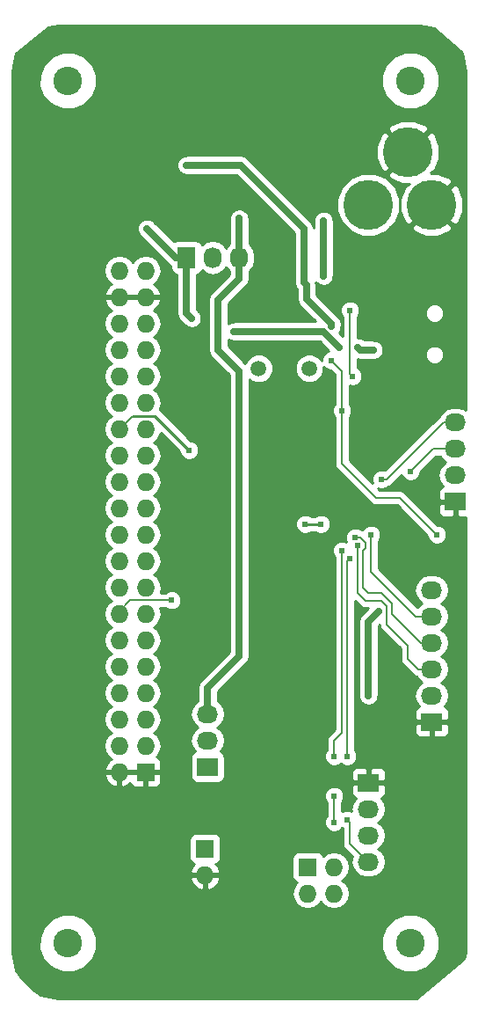
<source format=gbr>
G04 #@! TF.FileFunction,Copper,L2,Bot,Signal*
%FSLAX46Y46*%
G04 Gerber Fmt 4.6, Leading zero omitted, Abs format (unit mm)*
G04 Created by KiCad (PCBNEW 4.0.1-stable) date 12/18/2016 7:56:37 PM*
%MOMM*%
G01*
G04 APERTURE LIST*
%ADD10C,0.100000*%
%ADD11R,2.032000X1.727200*%
%ADD12O,2.032000X1.727200*%
%ADD13R,1.727200X1.727200*%
%ADD14O,1.727200X1.727200*%
%ADD15R,1.727200X2.032000*%
%ADD16O,1.727200X2.032000*%
%ADD17C,2.750000*%
%ADD18C,4.800600*%
%ADD19C,1.501140*%
%ADD20C,0.610000*%
%ADD21C,0.203200*%
%ADD22C,0.254000*%
%ADD23C,0.635000*%
G04 APERTURE END LIST*
D10*
D11*
X53340000Y-56515000D03*
D12*
X53340000Y-53975000D03*
X53340000Y-51435000D03*
X53340000Y-48895000D03*
D13*
X29210000Y-89916000D03*
D14*
X29210000Y-92456000D03*
D15*
X27432000Y-33020000D03*
D16*
X29972000Y-33020000D03*
X32512000Y-33020000D03*
D11*
X29464000Y-82042000D03*
D12*
X29464000Y-79502000D03*
X29464000Y-76962000D03*
D17*
X16000000Y-16000000D03*
X49000000Y-16000000D03*
X16000000Y-99000000D03*
X49000000Y-99000000D03*
D18*
X51054000Y-27940000D03*
X44958000Y-27940000D03*
X48768000Y-22860000D03*
D13*
X23495000Y-82550000D03*
D14*
X20955000Y-82550000D03*
X23495000Y-80010000D03*
X20955000Y-80010000D03*
X23495000Y-77470000D03*
X20955000Y-77470000D03*
X23495000Y-74930000D03*
X20955000Y-74930000D03*
X23495000Y-72390000D03*
X20955000Y-72390000D03*
X23495000Y-69850000D03*
X20955000Y-69850000D03*
X23495000Y-67310000D03*
X20955000Y-67310000D03*
X23495000Y-64770000D03*
X20955000Y-64770000D03*
X23495000Y-62230000D03*
X20955000Y-62230000D03*
X23495000Y-59690000D03*
X20955000Y-59690000D03*
X23495000Y-57150000D03*
X20955000Y-57150000D03*
X23495000Y-54610000D03*
X20955000Y-54610000D03*
X23495000Y-52070000D03*
X20955000Y-52070000D03*
X23495000Y-49530000D03*
X20955000Y-49530000D03*
X23495000Y-46990000D03*
X20955000Y-46990000D03*
X23495000Y-44450000D03*
X20955000Y-44450000D03*
X23495000Y-41910000D03*
X20955000Y-41910000D03*
X23495000Y-39370000D03*
X20955000Y-39370000D03*
X23495000Y-36830000D03*
X20955000Y-36830000D03*
X23495000Y-34290000D03*
X20955000Y-34290000D03*
D19*
X34389060Y-43688000D03*
X39270940Y-43688000D03*
D11*
X44958000Y-83566000D03*
D12*
X44958000Y-86106000D03*
X44958000Y-88646000D03*
X44958000Y-91186000D03*
D13*
X39116000Y-91694000D03*
D14*
X41656000Y-91694000D03*
X39116000Y-94234000D03*
X41656000Y-94234000D03*
D11*
X51054000Y-77724000D03*
D12*
X51054000Y-75184000D03*
X51054000Y-72644000D03*
X51054000Y-70104000D03*
X51054000Y-67564000D03*
X51054000Y-65024000D03*
D20*
X50038000Y-43434000D03*
X25908000Y-55372000D03*
X49784000Y-34290000D03*
X38000000Y-37000000D03*
X33000000Y-37250000D03*
X30750000Y-28250000D03*
X40000000Y-27750000D03*
X45720000Y-43180000D03*
X49276000Y-50292000D03*
X28448000Y-65024000D03*
X43000000Y-17000000D03*
X22606000Y-23114000D03*
X21082000Y-28194000D03*
X26670000Y-49022000D03*
X27432000Y-29210000D03*
X32766000Y-22860000D03*
X39878000Y-72898000D03*
X41656000Y-72898000D03*
X34290000Y-76200000D03*
X35560000Y-85725000D03*
X46736000Y-71120000D03*
X46228000Y-58420000D03*
X33782000Y-59436000D03*
X33782000Y-58166000D03*
X39878000Y-48768000D03*
X39624000Y-63500000D03*
X40640000Y-34798000D03*
X40640000Y-29464000D03*
X38862000Y-58674000D03*
X40386000Y-58674000D03*
X27432000Y-24130000D03*
X51562000Y-59690000D03*
X42418000Y-47752000D03*
X41402000Y-42926000D03*
X41402000Y-39624000D03*
X49022000Y-53594000D03*
X46228000Y-54356000D03*
X42926000Y-87122000D03*
X43180000Y-61976000D03*
X42926000Y-81026000D03*
X42418000Y-61214000D03*
X41656000Y-87376000D03*
X41656000Y-84836000D03*
X41656000Y-81026000D03*
X27686000Y-51562000D03*
X26000000Y-66000000D03*
X43434000Y-44450000D03*
X43180000Y-38100000D03*
X43942000Y-60706000D03*
X43688000Y-59944000D03*
X45212000Y-59690000D03*
X23622000Y-30226000D03*
X42164000Y-41656000D03*
X43942000Y-41656000D03*
X44958000Y-75184000D03*
X45974000Y-67056000D03*
X45466000Y-41910000D03*
X32004000Y-40132000D03*
X27940000Y-38862000D03*
X32500000Y-29250000D03*
D21*
X35560000Y-85725000D02*
X35560000Y-85852000D01*
D22*
X38862000Y-58674000D02*
X40386000Y-58674000D01*
D23*
X40640000Y-29464000D02*
X40640000Y-34798000D01*
D21*
X40640000Y-34798000D02*
X40640000Y-29464000D01*
D23*
X41402000Y-39624000D02*
X41402000Y-39402000D01*
X39000000Y-35698000D02*
X38750000Y-35448000D01*
X39000000Y-37000000D02*
X39000000Y-35698000D01*
X41402000Y-39402000D02*
X39000000Y-37000000D01*
X27432000Y-24130000D02*
X32630000Y-24130000D01*
X38750000Y-30250000D02*
X38750000Y-35448000D01*
X32630000Y-24130000D02*
X38750000Y-30250000D01*
D21*
X38750000Y-35448000D02*
X39116000Y-35814000D01*
X51562000Y-59690000D02*
X48006000Y-56134000D01*
X48006000Y-56134000D02*
X45720000Y-56134000D01*
X45720000Y-56134000D02*
X42418000Y-52832000D01*
X42418000Y-52832000D02*
X42418000Y-47752000D01*
X42418000Y-43942000D02*
X42418000Y-47752000D01*
X41402000Y-42926000D02*
X42418000Y-43942000D01*
X39116000Y-37338000D02*
X41402000Y-39624000D01*
X39116000Y-35814000D02*
X39116000Y-37338000D01*
X49022000Y-53594000D02*
X51181000Y-51435000D01*
X51181000Y-51435000D02*
X53340000Y-51435000D01*
X52197000Y-48895000D02*
X46736000Y-54356000D01*
X46736000Y-54356000D02*
X46228000Y-54356000D01*
X53340000Y-48895000D02*
X52197000Y-48895000D01*
X42926000Y-87122000D02*
X43180000Y-87376000D01*
X43180000Y-87376000D02*
X43180000Y-89408000D01*
X43180000Y-89408000D02*
X44958000Y-91186000D01*
X42926000Y-62230000D02*
X43180000Y-61976000D01*
X42926000Y-81026000D02*
X42926000Y-62230000D01*
X42418000Y-78740000D02*
X42418000Y-61214000D01*
X41656000Y-79502000D02*
X42418000Y-78740000D01*
X41656000Y-81026000D02*
X41656000Y-79502000D01*
X41656000Y-87376000D02*
X41656000Y-84836000D01*
D22*
X22225000Y-48260000D02*
X24384000Y-48260000D01*
X24384000Y-48260000D02*
X27686000Y-51562000D01*
D21*
X22225000Y-48260000D02*
X20955000Y-49530000D01*
X22000000Y-66000000D02*
X20955000Y-67045000D01*
X26000000Y-66000000D02*
X22000000Y-66000000D01*
X20955000Y-67045000D02*
X20955000Y-67310000D01*
X43434000Y-44450000D02*
X43180000Y-44196000D01*
X43180000Y-44196000D02*
X43180000Y-38100000D01*
X46736000Y-68326000D02*
X46736000Y-66548000D01*
X46736000Y-66548000D02*
X46228000Y-66040000D01*
X43942000Y-60706000D02*
X43942000Y-62738000D01*
X43942000Y-62738000D02*
X43942000Y-65278000D01*
X43942000Y-65278000D02*
X44704000Y-66040000D01*
X44704000Y-66040000D02*
X46228000Y-66040000D01*
X49784000Y-72644000D02*
X48768000Y-71628000D01*
X48768000Y-71628000D02*
X48768000Y-70358000D01*
X48768000Y-70358000D02*
X46736000Y-68326000D01*
X51054000Y-72644000D02*
X49784000Y-72644000D01*
X47244000Y-67310000D02*
X47244000Y-66294000D01*
X47244000Y-66294000D02*
X46228000Y-65278000D01*
X46228000Y-65278000D02*
X44958000Y-65278000D01*
X44958000Y-65278000D02*
X44450000Y-64770000D01*
X44450000Y-64770000D02*
X44450000Y-61214000D01*
X44450000Y-61214000D02*
X44704000Y-60960000D01*
X44704000Y-60960000D02*
X44704000Y-60452000D01*
X44704000Y-60452000D02*
X44196000Y-59944000D01*
X44196000Y-59944000D02*
X43688000Y-59944000D01*
X50038000Y-70104000D02*
X47244000Y-67310000D01*
X51054000Y-70104000D02*
X50038000Y-70104000D01*
X49530000Y-67564000D02*
X45212000Y-63246000D01*
X45212000Y-63246000D02*
X45212000Y-59690000D01*
X51054000Y-67564000D02*
X49530000Y-67564000D01*
D23*
X27432000Y-33020000D02*
X26416000Y-33020000D01*
X26416000Y-33020000D02*
X23622000Y-30226000D01*
X44958000Y-75184000D02*
X44958000Y-68072000D01*
X44958000Y-68072000D02*
X45974000Y-67056000D01*
X45466000Y-41910000D02*
X44196000Y-41910000D01*
X44196000Y-41910000D02*
X43942000Y-41656000D01*
X32004000Y-40132000D02*
X40640000Y-40132000D01*
X40640000Y-40132000D02*
X42164000Y-41656000D01*
X27432000Y-33020000D02*
X27432000Y-38354000D01*
X27432000Y-38354000D02*
X27940000Y-38862000D01*
D21*
X44958000Y-68072000D02*
X45974000Y-67056000D01*
X42164000Y-41656000D02*
X40640000Y-40132000D01*
X27940000Y-38862000D02*
X27432000Y-38354000D01*
D23*
X29464000Y-76962000D02*
X29464000Y-74422000D01*
X32512000Y-35052000D02*
X32512000Y-33020000D01*
X30480000Y-37084000D02*
X32512000Y-35052000D01*
X30480000Y-41910000D02*
X30480000Y-37084000D01*
X32512000Y-43942000D02*
X30480000Y-41910000D01*
X32512000Y-71374000D02*
X32512000Y-43942000D01*
X29464000Y-74422000D02*
X32512000Y-71374000D01*
X32512000Y-33020000D02*
X32512000Y-29262000D01*
X32512000Y-29262000D02*
X32500000Y-29250000D01*
D22*
G36*
X51309191Y-10958834D02*
X53850344Y-13168579D01*
X53974142Y-13353856D01*
X54315000Y-15067467D01*
X54315000Y-47655313D01*
X54098234Y-47510474D01*
X53524745Y-47396400D01*
X53155255Y-47396400D01*
X52581766Y-47510474D01*
X52095585Y-47835330D01*
X51783482Y-48302424D01*
X51676145Y-48374145D01*
X46570068Y-53480222D01*
X46415798Y-53416163D01*
X46041843Y-53415837D01*
X45696228Y-53558642D01*
X45431571Y-53822837D01*
X45288163Y-54168202D01*
X45287837Y-54542157D01*
X45370903Y-54743193D01*
X43154600Y-52526890D01*
X43154600Y-48344888D01*
X43214429Y-48285163D01*
X43357837Y-47939798D01*
X43358163Y-47565843D01*
X43215358Y-47220228D01*
X43154600Y-47159364D01*
X43154600Y-45351801D01*
X43246202Y-45389837D01*
X43620157Y-45390163D01*
X43965772Y-45247358D01*
X44230429Y-44983163D01*
X44373837Y-44637798D01*
X44374163Y-44263843D01*
X44231358Y-43918228D01*
X43967163Y-43653571D01*
X43916600Y-43632575D01*
X43916600Y-42806924D01*
X44196000Y-42862500D01*
X45466000Y-42862500D01*
X45528564Y-42850055D01*
X45652157Y-42850163D01*
X45767391Y-42802549D01*
X45830506Y-42789995D01*
X45883545Y-42754556D01*
X45997772Y-42707358D01*
X46086014Y-42619270D01*
X46139519Y-42583519D01*
X46151080Y-42566216D01*
X50414842Y-42566216D01*
X50553090Y-42900800D01*
X50808853Y-43157011D01*
X51143196Y-43295842D01*
X51505216Y-43296158D01*
X51839800Y-43157910D01*
X52096011Y-42902147D01*
X52234842Y-42567804D01*
X52235158Y-42205784D01*
X52096910Y-41871200D01*
X51841147Y-41614989D01*
X51506804Y-41476158D01*
X51144784Y-41475842D01*
X50810200Y-41614090D01*
X50553989Y-41869853D01*
X50415158Y-42204196D01*
X50414842Y-42566216D01*
X46151080Y-42566216D01*
X46174957Y-42530482D01*
X46262429Y-42443163D01*
X46310245Y-42328010D01*
X46345995Y-42274506D01*
X46358439Y-42211944D01*
X46405837Y-42097798D01*
X46405946Y-41973115D01*
X46418500Y-41910000D01*
X46406055Y-41847436D01*
X46406163Y-41723843D01*
X46358549Y-41608609D01*
X46345995Y-41545494D01*
X46310556Y-41492455D01*
X46263358Y-41378228D01*
X46175270Y-41289986D01*
X46139519Y-41236481D01*
X46086482Y-41201043D01*
X45999163Y-41113571D01*
X45884010Y-41065755D01*
X45830506Y-41030005D01*
X45767944Y-41017561D01*
X45653798Y-40970163D01*
X45529115Y-40970054D01*
X45466000Y-40957500D01*
X44578132Y-40957500D01*
X44562482Y-40947043D01*
X44475163Y-40859571D01*
X44360010Y-40811755D01*
X44306506Y-40776005D01*
X44243944Y-40763561D01*
X44129798Y-40716163D01*
X44005115Y-40716054D01*
X43942000Y-40703500D01*
X43916600Y-40708552D01*
X43916600Y-38692888D01*
X43976429Y-38633163D01*
X44004227Y-38566216D01*
X50414842Y-38566216D01*
X50553090Y-38900800D01*
X50808853Y-39157011D01*
X51143196Y-39295842D01*
X51505216Y-39296158D01*
X51839800Y-39157910D01*
X52096011Y-38902147D01*
X52234842Y-38567804D01*
X52235158Y-38205784D01*
X52096910Y-37871200D01*
X51841147Y-37614989D01*
X51506804Y-37476158D01*
X51144784Y-37475842D01*
X50810200Y-37614090D01*
X50553989Y-37869853D01*
X50415158Y-38204196D01*
X50414842Y-38566216D01*
X44004227Y-38566216D01*
X44119837Y-38287798D01*
X44120163Y-37913843D01*
X43977358Y-37568228D01*
X43713163Y-37303571D01*
X43367798Y-37160163D01*
X42993843Y-37159837D01*
X42648228Y-37302642D01*
X42383571Y-37566837D01*
X42240163Y-37912202D01*
X42239837Y-38286157D01*
X42382642Y-38631772D01*
X42443400Y-38692636D01*
X42443400Y-40588361D01*
X42106376Y-40251338D01*
X42110957Y-40244482D01*
X42198429Y-40157163D01*
X42246245Y-40042010D01*
X42281995Y-39988506D01*
X42294439Y-39925944D01*
X42341837Y-39811798D01*
X42341946Y-39687115D01*
X42354500Y-39624000D01*
X42354500Y-39402000D01*
X42281995Y-39037494D01*
X42075519Y-38728481D01*
X39952500Y-36605462D01*
X39952500Y-35698000D01*
X39888366Y-35375576D01*
X39930730Y-35418014D01*
X39966481Y-35471519D01*
X40019518Y-35506957D01*
X40106837Y-35594429D01*
X40221990Y-35642245D01*
X40275494Y-35677995D01*
X40338056Y-35690439D01*
X40452202Y-35737837D01*
X40576885Y-35737946D01*
X40640000Y-35750500D01*
X40702564Y-35738055D01*
X40826157Y-35738163D01*
X40941391Y-35690549D01*
X41004506Y-35677995D01*
X41057545Y-35642556D01*
X41171772Y-35595358D01*
X41260014Y-35507270D01*
X41313519Y-35471519D01*
X41348957Y-35418482D01*
X41436429Y-35331163D01*
X41484245Y-35216010D01*
X41519995Y-35162506D01*
X41532439Y-35099944D01*
X41579837Y-34985798D01*
X41579946Y-34861115D01*
X41592500Y-34798000D01*
X41592500Y-29464000D01*
X41580055Y-29401436D01*
X41580163Y-29277843D01*
X41532549Y-29162609D01*
X41519995Y-29099494D01*
X41484556Y-29046455D01*
X41437358Y-28932228D01*
X41349270Y-28843986D01*
X41313519Y-28790481D01*
X41260482Y-28755043D01*
X41173163Y-28667571D01*
X41058010Y-28619755D01*
X41004506Y-28584005D01*
X40941944Y-28571561D01*
X40868611Y-28541110D01*
X41922174Y-28541110D01*
X42383298Y-29657113D01*
X43236396Y-30511702D01*
X44351593Y-30974772D01*
X45559110Y-30975826D01*
X46675113Y-30514702D01*
X47086596Y-30103936D01*
X49069670Y-30103936D01*
X49339221Y-30516257D01*
X50455642Y-30976369D01*
X51663157Y-30974221D01*
X52768779Y-30516257D01*
X53038330Y-30103936D01*
X51054000Y-28119605D01*
X49069670Y-30103936D01*
X47086596Y-30103936D01*
X47529702Y-29661604D01*
X47992772Y-28546407D01*
X47993826Y-27338890D01*
X47532702Y-26222887D01*
X46679604Y-25368298D01*
X45850288Y-25023936D01*
X46783670Y-25023936D01*
X47053221Y-25436257D01*
X48169642Y-25896369D01*
X48829587Y-25895195D01*
X48890063Y-25955671D01*
X48477743Y-26225221D01*
X48017631Y-27341642D01*
X48019779Y-28549157D01*
X48477743Y-29654779D01*
X48890064Y-29924330D01*
X50874395Y-27940000D01*
X51233605Y-27940000D01*
X53217936Y-29924330D01*
X53630257Y-29654779D01*
X54090369Y-28538358D01*
X54088221Y-27330843D01*
X53630257Y-26225221D01*
X53217936Y-25955670D01*
X51233605Y-27940000D01*
X50874395Y-27940000D01*
X50860252Y-27925858D01*
X51039858Y-27746252D01*
X51054000Y-27760395D01*
X53038330Y-25776064D01*
X52768779Y-25363743D01*
X51652358Y-24903631D01*
X50992413Y-24904805D01*
X50931937Y-24844329D01*
X51344257Y-24574779D01*
X51804369Y-23458358D01*
X51802221Y-22250843D01*
X51344257Y-21145221D01*
X50931936Y-20875670D01*
X48947605Y-22860000D01*
X48961748Y-22874142D01*
X48782142Y-23053748D01*
X48768000Y-23039605D01*
X46783670Y-25023936D01*
X45850288Y-25023936D01*
X45564407Y-24905228D01*
X44356890Y-24904174D01*
X43240887Y-25365298D01*
X42386298Y-26218396D01*
X41923228Y-27333593D01*
X41922174Y-28541110D01*
X40868611Y-28541110D01*
X40827798Y-28524163D01*
X40703115Y-28524054D01*
X40640000Y-28511500D01*
X40577436Y-28523945D01*
X40453843Y-28523837D01*
X40338609Y-28571451D01*
X40275494Y-28584005D01*
X40222455Y-28619444D01*
X40108228Y-28666642D01*
X40019986Y-28754730D01*
X39966481Y-28790481D01*
X39931043Y-28843518D01*
X39843571Y-28930837D01*
X39795755Y-29045990D01*
X39760005Y-29099494D01*
X39747561Y-29162056D01*
X39700163Y-29276202D01*
X39700054Y-29400885D01*
X39687500Y-29464000D01*
X39687500Y-30174590D01*
X39629995Y-29885494D01*
X39423519Y-29576481D01*
X33303519Y-23456481D01*
X32994506Y-23250005D01*
X32630000Y-23177500D01*
X27432000Y-23177500D01*
X27369436Y-23189945D01*
X27245843Y-23189837D01*
X27130609Y-23237451D01*
X27067494Y-23250005D01*
X27014455Y-23285444D01*
X26900228Y-23332642D01*
X26811986Y-23420730D01*
X26758481Y-23456481D01*
X26723043Y-23509518D01*
X26635571Y-23596837D01*
X26587755Y-23711990D01*
X26552005Y-23765494D01*
X26539561Y-23828056D01*
X26492163Y-23942202D01*
X26492054Y-24066885D01*
X26479500Y-24130000D01*
X26491945Y-24192564D01*
X26491837Y-24316157D01*
X26539451Y-24431391D01*
X26552005Y-24494506D01*
X26587444Y-24547545D01*
X26634642Y-24661772D01*
X26722730Y-24750014D01*
X26758481Y-24803519D01*
X26811518Y-24838957D01*
X26898837Y-24926429D01*
X27013990Y-24974245D01*
X27067494Y-25009995D01*
X27130056Y-25022439D01*
X27244202Y-25069837D01*
X27368885Y-25069946D01*
X27432000Y-25082500D01*
X32235462Y-25082500D01*
X37797500Y-30644538D01*
X37797500Y-35448000D01*
X37870005Y-35812506D01*
X38047500Y-36078146D01*
X38047500Y-37000000D01*
X38120005Y-37364506D01*
X38326481Y-37673519D01*
X39832462Y-39179500D01*
X32004000Y-39179500D01*
X31941436Y-39191945D01*
X31817843Y-39191837D01*
X31702609Y-39239451D01*
X31639494Y-39252005D01*
X31586455Y-39287444D01*
X31472228Y-39334642D01*
X31432500Y-39374301D01*
X31432500Y-37478538D01*
X33185519Y-35725519D01*
X33391995Y-35416506D01*
X33464500Y-35052000D01*
X33464500Y-34336024D01*
X33571670Y-34264415D01*
X33896526Y-33778234D01*
X34010600Y-33204745D01*
X34010600Y-32835255D01*
X33896526Y-32261766D01*
X33571670Y-31775585D01*
X33464500Y-31703976D01*
X33464500Y-29262000D01*
X33440097Y-29139319D01*
X33440163Y-29063843D01*
X33411086Y-28993472D01*
X33391995Y-28897494D01*
X33338103Y-28816840D01*
X33297358Y-28718228D01*
X33221314Y-28642051D01*
X33185520Y-28588481D01*
X33173519Y-28576481D01*
X33120482Y-28541043D01*
X33033163Y-28453571D01*
X32918010Y-28405755D01*
X32864506Y-28370005D01*
X32801944Y-28357561D01*
X32687798Y-28310163D01*
X32563115Y-28310054D01*
X32500000Y-28297500D01*
X32437436Y-28309945D01*
X32313843Y-28309837D01*
X32198609Y-28357451D01*
X32135494Y-28370005D01*
X32082455Y-28405444D01*
X31968228Y-28452642D01*
X31879986Y-28540730D01*
X31826481Y-28576481D01*
X31791043Y-28629518D01*
X31703571Y-28716837D01*
X31655755Y-28831990D01*
X31620005Y-28885494D01*
X31607561Y-28948056D01*
X31560163Y-29062202D01*
X31560054Y-29186885D01*
X31547500Y-29250000D01*
X31559500Y-29310328D01*
X31559500Y-31703976D01*
X31452330Y-31775585D01*
X31242000Y-32090366D01*
X31031670Y-31775585D01*
X30545489Y-31450729D01*
X29972000Y-31336655D01*
X29398511Y-31450729D01*
X28912330Y-31775585D01*
X28902757Y-31789913D01*
X28898762Y-31768683D01*
X28759690Y-31552559D01*
X28547490Y-31407569D01*
X28295600Y-31356560D01*
X26568400Y-31356560D01*
X26333083Y-31400838D01*
X26217957Y-31474919D01*
X24295519Y-29552481D01*
X24242482Y-29517043D01*
X24155163Y-29429571D01*
X24040010Y-29381755D01*
X23986506Y-29346005D01*
X23923944Y-29333561D01*
X23809798Y-29286163D01*
X23685115Y-29286054D01*
X23622000Y-29273500D01*
X23559436Y-29285945D01*
X23435843Y-29285837D01*
X23320609Y-29333451D01*
X23257494Y-29346005D01*
X23204455Y-29381444D01*
X23090228Y-29428642D01*
X23001986Y-29516730D01*
X22948481Y-29552481D01*
X22913043Y-29605518D01*
X22825571Y-29692837D01*
X22777755Y-29807990D01*
X22742005Y-29861494D01*
X22729561Y-29924056D01*
X22682163Y-30038202D01*
X22682054Y-30162885D01*
X22669500Y-30226000D01*
X22681945Y-30288564D01*
X22681837Y-30412157D01*
X22729451Y-30527391D01*
X22742005Y-30590506D01*
X22777444Y-30643545D01*
X22824642Y-30757772D01*
X22912730Y-30846014D01*
X22948481Y-30899519D01*
X25742481Y-33693519D01*
X25920960Y-33812775D01*
X25920960Y-34036000D01*
X25965238Y-34271317D01*
X26104310Y-34487441D01*
X26316510Y-34632431D01*
X26479500Y-34665437D01*
X26479500Y-38354000D01*
X26552005Y-38718506D01*
X26758481Y-39027519D01*
X27266480Y-39535519D01*
X27319519Y-39570959D01*
X27406837Y-39658429D01*
X27521989Y-39706244D01*
X27575494Y-39741995D01*
X27638055Y-39754439D01*
X27752202Y-39801837D01*
X27876890Y-39801946D01*
X27940000Y-39814499D01*
X28002559Y-39802055D01*
X28126157Y-39802163D01*
X28241392Y-39754549D01*
X28304505Y-39741995D01*
X28357542Y-39706557D01*
X28471772Y-39659358D01*
X28560015Y-39571269D01*
X28613519Y-39535519D01*
X28648957Y-39482483D01*
X28736429Y-39395163D01*
X28784245Y-39280008D01*
X28819995Y-39226505D01*
X28832439Y-39163946D01*
X28879837Y-39049798D01*
X28879946Y-38925110D01*
X28892499Y-38862000D01*
X28880055Y-38799440D01*
X28880163Y-38675843D01*
X28832549Y-38560608D01*
X28819995Y-38497494D01*
X28784556Y-38444455D01*
X28737358Y-38330228D01*
X28649271Y-38241987D01*
X28613519Y-38188480D01*
X28384500Y-37959461D01*
X28384500Y-34666712D01*
X28530917Y-34639162D01*
X28747041Y-34500090D01*
X28892031Y-34287890D01*
X28900400Y-34246561D01*
X28912330Y-34264415D01*
X29398511Y-34589271D01*
X29972000Y-34703345D01*
X30545489Y-34589271D01*
X31031670Y-34264415D01*
X31242000Y-33949634D01*
X31452330Y-34264415D01*
X31559500Y-34336024D01*
X31559500Y-34657462D01*
X29806481Y-36410481D01*
X29600005Y-36719494D01*
X29527500Y-37084000D01*
X29527500Y-41910000D01*
X29600005Y-42274506D01*
X29806481Y-42583519D01*
X31559500Y-44336538D01*
X31559500Y-70979462D01*
X28790481Y-73748481D01*
X28584005Y-74057494D01*
X28511500Y-74422000D01*
X28511500Y-75707278D01*
X28219585Y-75902330D01*
X27894729Y-76388511D01*
X27780655Y-76962000D01*
X27894729Y-77535489D01*
X28219585Y-78021670D01*
X28534366Y-78232000D01*
X28219585Y-78442330D01*
X27894729Y-78928511D01*
X27780655Y-79502000D01*
X27894729Y-80075489D01*
X28219585Y-80561670D01*
X28233913Y-80571243D01*
X28212683Y-80575238D01*
X27996559Y-80714310D01*
X27851569Y-80926510D01*
X27800560Y-81178400D01*
X27800560Y-82905600D01*
X27844838Y-83140917D01*
X27983910Y-83357041D01*
X28196110Y-83502031D01*
X28448000Y-83553040D01*
X30480000Y-83553040D01*
X30715317Y-83508762D01*
X30931441Y-83369690D01*
X31076431Y-83157490D01*
X31127440Y-82905600D01*
X31127440Y-82576090D01*
X43307000Y-82576090D01*
X43307000Y-83280250D01*
X43465750Y-83439000D01*
X44831000Y-83439000D01*
X44831000Y-82226150D01*
X45085000Y-82226150D01*
X45085000Y-83439000D01*
X46450250Y-83439000D01*
X46609000Y-83280250D01*
X46609000Y-82576090D01*
X46512327Y-82342701D01*
X46333698Y-82164073D01*
X46100309Y-82067400D01*
X45243750Y-82067400D01*
X45085000Y-82226150D01*
X44831000Y-82226150D01*
X44672250Y-82067400D01*
X43815691Y-82067400D01*
X43582302Y-82164073D01*
X43403673Y-82342701D01*
X43307000Y-82576090D01*
X31127440Y-82576090D01*
X31127440Y-81212157D01*
X40715837Y-81212157D01*
X40858642Y-81557772D01*
X41122837Y-81822429D01*
X41468202Y-81965837D01*
X41842157Y-81966163D01*
X42187772Y-81823358D01*
X42290948Y-81720362D01*
X42392837Y-81822429D01*
X42738202Y-81965837D01*
X43112157Y-81966163D01*
X43457772Y-81823358D01*
X43722429Y-81559163D01*
X43865837Y-81213798D01*
X43866163Y-80839843D01*
X43723358Y-80494228D01*
X43662600Y-80433364D01*
X43662600Y-78009750D01*
X49403000Y-78009750D01*
X49403000Y-78713910D01*
X49499673Y-78947299D01*
X49678302Y-79125927D01*
X49911691Y-79222600D01*
X50768250Y-79222600D01*
X50927000Y-79063850D01*
X50927000Y-77851000D01*
X51181000Y-77851000D01*
X51181000Y-79063850D01*
X51339750Y-79222600D01*
X52196309Y-79222600D01*
X52429698Y-79125927D01*
X52608327Y-78947299D01*
X52705000Y-78713910D01*
X52705000Y-78009750D01*
X52546250Y-77851000D01*
X51181000Y-77851000D01*
X50927000Y-77851000D01*
X49561750Y-77851000D01*
X49403000Y-78009750D01*
X43662600Y-78009750D01*
X43662600Y-66040310D01*
X44183145Y-66560855D01*
X44422115Y-66720530D01*
X44704000Y-66776600D01*
X44906362Y-66776600D01*
X44284481Y-67398481D01*
X44078005Y-67707494D01*
X44005500Y-68072000D01*
X44005500Y-75184000D01*
X44017945Y-75246564D01*
X44017837Y-75370157D01*
X44065451Y-75485391D01*
X44078005Y-75548506D01*
X44113444Y-75601545D01*
X44160642Y-75715772D01*
X44248730Y-75804014D01*
X44284481Y-75857519D01*
X44337518Y-75892957D01*
X44424837Y-75980429D01*
X44539990Y-76028245D01*
X44593494Y-76063995D01*
X44656056Y-76076439D01*
X44770202Y-76123837D01*
X44894885Y-76123946D01*
X44958000Y-76136500D01*
X45020564Y-76124055D01*
X45144157Y-76124163D01*
X45259391Y-76076549D01*
X45322506Y-76063995D01*
X45375545Y-76028556D01*
X45489772Y-75981358D01*
X45578014Y-75893270D01*
X45631519Y-75857519D01*
X45666957Y-75804482D01*
X45754429Y-75717163D01*
X45802245Y-75602010D01*
X45837995Y-75548506D01*
X45850439Y-75485944D01*
X45897837Y-75371798D01*
X45897946Y-75247115D01*
X45910500Y-75184000D01*
X45910500Y-68466538D01*
X46007967Y-68369071D01*
X46055470Y-68607885D01*
X46215145Y-68846855D01*
X48031400Y-70663110D01*
X48031400Y-71628000D01*
X48087470Y-71909885D01*
X48247145Y-72148855D01*
X49263145Y-73164855D01*
X49502115Y-73324530D01*
X49564550Y-73336949D01*
X49809585Y-73703670D01*
X50124366Y-73914000D01*
X49809585Y-74124330D01*
X49484729Y-74610511D01*
X49370655Y-75184000D01*
X49484729Y-75757489D01*
X49809585Y-76243670D01*
X49831780Y-76258500D01*
X49678302Y-76322073D01*
X49499673Y-76500701D01*
X49403000Y-76734090D01*
X49403000Y-77438250D01*
X49561750Y-77597000D01*
X50927000Y-77597000D01*
X50927000Y-77577000D01*
X51181000Y-77577000D01*
X51181000Y-77597000D01*
X52546250Y-77597000D01*
X52705000Y-77438250D01*
X52705000Y-76734090D01*
X52608327Y-76500701D01*
X52429698Y-76322073D01*
X52276220Y-76258500D01*
X52298415Y-76243670D01*
X52623271Y-75757489D01*
X52737345Y-75184000D01*
X52623271Y-74610511D01*
X52298415Y-74124330D01*
X51983634Y-73914000D01*
X52298415Y-73703670D01*
X52623271Y-73217489D01*
X52737345Y-72644000D01*
X52623271Y-72070511D01*
X52298415Y-71584330D01*
X51983634Y-71374000D01*
X52298415Y-71163670D01*
X52623271Y-70677489D01*
X52737345Y-70104000D01*
X52623271Y-69530511D01*
X52298415Y-69044330D01*
X51983634Y-68834000D01*
X52298415Y-68623670D01*
X52623271Y-68137489D01*
X52737345Y-67564000D01*
X52623271Y-66990511D01*
X52298415Y-66504330D01*
X51983634Y-66294000D01*
X52298415Y-66083670D01*
X52623271Y-65597489D01*
X52737345Y-65024000D01*
X52623271Y-64450511D01*
X52298415Y-63964330D01*
X51812234Y-63639474D01*
X51238745Y-63525400D01*
X50869255Y-63525400D01*
X50295766Y-63639474D01*
X49809585Y-63964330D01*
X49484729Y-64450511D01*
X49370655Y-65024000D01*
X49484729Y-65597489D01*
X49809585Y-66083670D01*
X50124366Y-66294000D01*
X49809585Y-66504330D01*
X49690405Y-66682695D01*
X45948600Y-62940890D01*
X45948600Y-60282888D01*
X46008429Y-60223163D01*
X46151837Y-59877798D01*
X46152163Y-59503843D01*
X46009358Y-59158228D01*
X45745163Y-58893571D01*
X45399798Y-58750163D01*
X45025843Y-58749837D01*
X44680228Y-58892642D01*
X44415571Y-59156837D01*
X44379425Y-59243885D01*
X44301919Y-59228468D01*
X44221163Y-59147571D01*
X43875798Y-59004163D01*
X43501843Y-59003837D01*
X43156228Y-59146642D01*
X42891571Y-59410837D01*
X42748163Y-59756202D01*
X42747837Y-60130157D01*
X42849079Y-60375182D01*
X42605798Y-60274163D01*
X42231843Y-60273837D01*
X41886228Y-60416642D01*
X41621571Y-60680837D01*
X41478163Y-61026202D01*
X41477837Y-61400157D01*
X41620642Y-61745772D01*
X41681400Y-61806636D01*
X41681400Y-78434890D01*
X41135145Y-78981145D01*
X40975470Y-79220115D01*
X40919400Y-79502000D01*
X40919400Y-80433112D01*
X40859571Y-80492837D01*
X40716163Y-80838202D01*
X40715837Y-81212157D01*
X31127440Y-81212157D01*
X31127440Y-81178400D01*
X31083162Y-80943083D01*
X30944090Y-80726959D01*
X30731890Y-80581969D01*
X30690561Y-80573600D01*
X30708415Y-80561670D01*
X31033271Y-80075489D01*
X31147345Y-79502000D01*
X31033271Y-78928511D01*
X30708415Y-78442330D01*
X30393634Y-78232000D01*
X30708415Y-78021670D01*
X31033271Y-77535489D01*
X31147345Y-76962000D01*
X31033271Y-76388511D01*
X30708415Y-75902330D01*
X30416500Y-75707278D01*
X30416500Y-74816538D01*
X33185519Y-72047519D01*
X33391995Y-71738506D01*
X33464500Y-71374000D01*
X33464500Y-58860157D01*
X37921837Y-58860157D01*
X38064642Y-59205772D01*
X38328837Y-59470429D01*
X38674202Y-59613837D01*
X39048157Y-59614163D01*
X39393772Y-59471358D01*
X39429192Y-59436000D01*
X39818468Y-59436000D01*
X39852837Y-59470429D01*
X40198202Y-59613837D01*
X40572157Y-59614163D01*
X40917772Y-59471358D01*
X41182429Y-59207163D01*
X41325837Y-58861798D01*
X41326163Y-58487843D01*
X41183358Y-58142228D01*
X40919163Y-57877571D01*
X40573798Y-57734163D01*
X40199843Y-57733837D01*
X39854228Y-57876642D01*
X39818808Y-57912000D01*
X39429532Y-57912000D01*
X39395163Y-57877571D01*
X39049798Y-57734163D01*
X38675843Y-57733837D01*
X38330228Y-57876642D01*
X38065571Y-58140837D01*
X37922163Y-58486202D01*
X37921837Y-58860157D01*
X33464500Y-58860157D01*
X33464500Y-44723029D01*
X33603173Y-44861944D01*
X34112244Y-45073329D01*
X34663458Y-45073810D01*
X35172897Y-44863314D01*
X35563004Y-44473887D01*
X35774389Y-43964816D01*
X35774870Y-43413602D01*
X35564374Y-42904163D01*
X35174947Y-42514056D01*
X34665876Y-42302671D01*
X34114662Y-42302190D01*
X33605223Y-42512686D01*
X33215116Y-42902113D01*
X33098938Y-43181900D01*
X31432500Y-41515462D01*
X31432500Y-40890025D01*
X31470837Y-40928429D01*
X31585990Y-40976245D01*
X31639494Y-41011995D01*
X31702056Y-41024439D01*
X31816202Y-41071837D01*
X31940885Y-41071946D01*
X32004000Y-41084500D01*
X40245462Y-41084500D01*
X41166986Y-42006024D01*
X40870228Y-42128642D01*
X40605571Y-42392837D01*
X40462163Y-42738202D01*
X40461985Y-42942235D01*
X40446254Y-42904163D01*
X40056827Y-42514056D01*
X39547756Y-42302671D01*
X38996542Y-42302190D01*
X38487103Y-42512686D01*
X38096996Y-42902113D01*
X37885611Y-43411184D01*
X37885130Y-43962398D01*
X38095626Y-44471837D01*
X38485053Y-44861944D01*
X38994124Y-45073329D01*
X39545338Y-45073810D01*
X40054777Y-44863314D01*
X40444884Y-44473887D01*
X40656269Y-43964816D01*
X40656666Y-43509887D01*
X40868837Y-43722429D01*
X41214202Y-43865837D01*
X41300202Y-43865912D01*
X41681400Y-44247110D01*
X41681400Y-47159112D01*
X41621571Y-47218837D01*
X41478163Y-47564202D01*
X41477837Y-47938157D01*
X41620642Y-48283772D01*
X41681400Y-48344636D01*
X41681400Y-52832000D01*
X41737470Y-53113885D01*
X41897145Y-53352855D01*
X45199145Y-56654855D01*
X45438115Y-56814530D01*
X45720000Y-56870600D01*
X47700890Y-56870600D01*
X50621911Y-59791621D01*
X50621837Y-59876157D01*
X50764642Y-60221772D01*
X51028837Y-60486429D01*
X51374202Y-60629837D01*
X51748157Y-60630163D01*
X52093772Y-60487358D01*
X52358429Y-60223163D01*
X52501837Y-59877798D01*
X52502163Y-59503843D01*
X52359358Y-59158228D01*
X52095163Y-58893571D01*
X51749798Y-58750163D01*
X51663798Y-58750088D01*
X49714460Y-56800750D01*
X51689000Y-56800750D01*
X51689000Y-57504910D01*
X51785673Y-57738299D01*
X51964302Y-57916927D01*
X52197691Y-58013600D01*
X53054250Y-58013600D01*
X53213000Y-57854850D01*
X53213000Y-56642000D01*
X51847750Y-56642000D01*
X51689000Y-56800750D01*
X49714460Y-56800750D01*
X48526855Y-55613145D01*
X48287885Y-55453470D01*
X48006000Y-55397400D01*
X46025110Y-55397400D01*
X45840711Y-55213001D01*
X46040202Y-55295837D01*
X46414157Y-55296163D01*
X46759772Y-55153358D01*
X46841697Y-55071576D01*
X47017885Y-55036530D01*
X47256855Y-54876855D01*
X48161282Y-53972428D01*
X48224642Y-54125772D01*
X48488837Y-54390429D01*
X48834202Y-54533837D01*
X49208157Y-54534163D01*
X49553772Y-54391358D01*
X49818429Y-54127163D01*
X49961837Y-53781798D01*
X49961912Y-53695798D01*
X51486110Y-52171600D01*
X51879716Y-52171600D01*
X52095585Y-52494670D01*
X52410366Y-52705000D01*
X52095585Y-52915330D01*
X51770729Y-53401511D01*
X51656655Y-53975000D01*
X51770729Y-54548489D01*
X52095585Y-55034670D01*
X52117780Y-55049500D01*
X51964302Y-55113073D01*
X51785673Y-55291701D01*
X51689000Y-55525090D01*
X51689000Y-56229250D01*
X51847750Y-56388000D01*
X53213000Y-56388000D01*
X53213000Y-56368000D01*
X53467000Y-56368000D01*
X53467000Y-56388000D01*
X53487000Y-56388000D01*
X53487000Y-56642000D01*
X53467000Y-56642000D01*
X53467000Y-57854850D01*
X53625750Y-58013600D01*
X54315000Y-58013600D01*
X54315000Y-99932533D01*
X54202224Y-100499497D01*
X49623620Y-104315000D01*
X15067467Y-104315000D01*
X13353856Y-103974142D01*
X12750796Y-103571190D01*
X11428812Y-102249206D01*
X11025858Y-101646142D01*
X10685000Y-99932533D01*
X10685000Y-99548966D01*
X13227520Y-99548966D01*
X13648642Y-100568161D01*
X14427738Y-101348617D01*
X15446196Y-101771518D01*
X16548966Y-101772480D01*
X17568161Y-101351358D01*
X18348617Y-100572262D01*
X18771518Y-99553804D01*
X18771522Y-99548966D01*
X46227520Y-99548966D01*
X46648642Y-100568161D01*
X47427738Y-101348617D01*
X48446196Y-101771518D01*
X49548966Y-101772480D01*
X50568161Y-101351358D01*
X51348617Y-100572262D01*
X51771518Y-99553804D01*
X51772480Y-98451034D01*
X51351358Y-97431839D01*
X50572262Y-96651383D01*
X49553804Y-96228482D01*
X48451034Y-96227520D01*
X47431839Y-96648642D01*
X46651383Y-97427738D01*
X46228482Y-98446196D01*
X46227520Y-99548966D01*
X18771522Y-99548966D01*
X18772480Y-98451034D01*
X18351358Y-97431839D01*
X17572262Y-96651383D01*
X16553804Y-96228482D01*
X15451034Y-96227520D01*
X14431839Y-96648642D01*
X13651383Y-97427738D01*
X13228482Y-98446196D01*
X13227520Y-99548966D01*
X10685000Y-99548966D01*
X10685000Y-94234000D01*
X37588041Y-94234000D01*
X37702115Y-94807489D01*
X38026971Y-95293670D01*
X38513152Y-95618526D01*
X39086641Y-95732600D01*
X39145359Y-95732600D01*
X39718848Y-95618526D01*
X40205029Y-95293670D01*
X40386000Y-95022828D01*
X40566971Y-95293670D01*
X41053152Y-95618526D01*
X41626641Y-95732600D01*
X41685359Y-95732600D01*
X42258848Y-95618526D01*
X42745029Y-95293670D01*
X43069885Y-94807489D01*
X43183959Y-94234000D01*
X43069885Y-93660511D01*
X42745029Y-93174330D01*
X42430248Y-92964000D01*
X42745029Y-92753670D01*
X43069885Y-92267489D01*
X43183959Y-91694000D01*
X43069885Y-91120511D01*
X42745029Y-90634330D01*
X42258848Y-90309474D01*
X41685359Y-90195400D01*
X41626641Y-90195400D01*
X41053152Y-90309474D01*
X40587558Y-90620574D01*
X40582762Y-90595083D01*
X40443690Y-90378959D01*
X40231490Y-90233969D01*
X39979600Y-90182960D01*
X38252400Y-90182960D01*
X38017083Y-90227238D01*
X37800959Y-90366310D01*
X37655969Y-90578510D01*
X37604960Y-90830400D01*
X37604960Y-92557600D01*
X37649238Y-92792917D01*
X37788310Y-93009041D01*
X38000510Y-93154031D01*
X38044131Y-93162864D01*
X38026971Y-93174330D01*
X37702115Y-93660511D01*
X37588041Y-94234000D01*
X10685000Y-94234000D01*
X10685000Y-92815027D01*
X27755032Y-92815027D01*
X28003179Y-93344490D01*
X28435053Y-93738688D01*
X28850974Y-93910958D01*
X29083000Y-93789817D01*
X29083000Y-92583000D01*
X29337000Y-92583000D01*
X29337000Y-93789817D01*
X29569026Y-93910958D01*
X29984947Y-93738688D01*
X30416821Y-93344490D01*
X30664968Y-92815027D01*
X30544469Y-92583000D01*
X29337000Y-92583000D01*
X29083000Y-92583000D01*
X27875531Y-92583000D01*
X27755032Y-92815027D01*
X10685000Y-92815027D01*
X10685000Y-89052400D01*
X27698960Y-89052400D01*
X27698960Y-90779600D01*
X27743238Y-91014917D01*
X27882310Y-91231041D01*
X28094510Y-91376031D01*
X28191451Y-91395662D01*
X28003179Y-91567510D01*
X27755032Y-92096973D01*
X27875531Y-92329000D01*
X29083000Y-92329000D01*
X29083000Y-92309000D01*
X29337000Y-92309000D01*
X29337000Y-92329000D01*
X30544469Y-92329000D01*
X30664968Y-92096973D01*
X30416821Y-91567510D01*
X30230567Y-91397505D01*
X30308917Y-91382762D01*
X30525041Y-91243690D01*
X30670031Y-91031490D01*
X30721040Y-90779600D01*
X30721040Y-89052400D01*
X30676762Y-88817083D01*
X30537690Y-88600959D01*
X30325490Y-88455969D01*
X30073600Y-88404960D01*
X28346400Y-88404960D01*
X28111083Y-88449238D01*
X27894959Y-88588310D01*
X27749969Y-88800510D01*
X27698960Y-89052400D01*
X10685000Y-89052400D01*
X10685000Y-85022157D01*
X40715837Y-85022157D01*
X40858642Y-85367772D01*
X40919400Y-85428636D01*
X40919400Y-86783112D01*
X40859571Y-86842837D01*
X40716163Y-87188202D01*
X40715837Y-87562157D01*
X40858642Y-87907772D01*
X41122837Y-88172429D01*
X41468202Y-88315837D01*
X41842157Y-88316163D01*
X42187772Y-88173358D01*
X42428367Y-87933183D01*
X42443400Y-87939425D01*
X42443400Y-89408000D01*
X42499470Y-89689885D01*
X42659145Y-89928855D01*
X43381109Y-90650819D01*
X43274655Y-91186000D01*
X43388729Y-91759489D01*
X43713585Y-92245670D01*
X44199766Y-92570526D01*
X44773255Y-92684600D01*
X45142745Y-92684600D01*
X45716234Y-92570526D01*
X46202415Y-92245670D01*
X46527271Y-91759489D01*
X46641345Y-91186000D01*
X46527271Y-90612511D01*
X46202415Y-90126330D01*
X45887634Y-89916000D01*
X46202415Y-89705670D01*
X46527271Y-89219489D01*
X46641345Y-88646000D01*
X46527271Y-88072511D01*
X46202415Y-87586330D01*
X45887634Y-87376000D01*
X46202415Y-87165670D01*
X46527271Y-86679489D01*
X46641345Y-86106000D01*
X46527271Y-85532511D01*
X46202415Y-85046330D01*
X46180220Y-85031500D01*
X46333698Y-84967927D01*
X46512327Y-84789299D01*
X46609000Y-84555910D01*
X46609000Y-83851750D01*
X46450250Y-83693000D01*
X45085000Y-83693000D01*
X45085000Y-83713000D01*
X44831000Y-83713000D01*
X44831000Y-83693000D01*
X43465750Y-83693000D01*
X43307000Y-83851750D01*
X43307000Y-84555910D01*
X43403673Y-84789299D01*
X43582302Y-84967927D01*
X43735780Y-85031500D01*
X43713585Y-85046330D01*
X43388729Y-85532511D01*
X43274655Y-86106000D01*
X43305651Y-86261827D01*
X43113798Y-86182163D01*
X42739843Y-86181837D01*
X42394228Y-86324642D01*
X42392600Y-86326267D01*
X42392600Y-85428888D01*
X42452429Y-85369163D01*
X42595837Y-85023798D01*
X42596163Y-84649843D01*
X42453358Y-84304228D01*
X42189163Y-84039571D01*
X41843798Y-83896163D01*
X41469843Y-83895837D01*
X41124228Y-84038642D01*
X40859571Y-84302837D01*
X40716163Y-84648202D01*
X40715837Y-85022157D01*
X10685000Y-85022157D01*
X10685000Y-82909026D01*
X19500042Y-82909026D01*
X19672312Y-83324947D01*
X20066510Y-83756821D01*
X20595973Y-84004968D01*
X20828000Y-83884469D01*
X20828000Y-82677000D01*
X21082000Y-82677000D01*
X21082000Y-83884469D01*
X21314027Y-84004968D01*
X21843490Y-83756821D01*
X22010471Y-83573881D01*
X22093073Y-83773299D01*
X22271702Y-83951927D01*
X22505091Y-84048600D01*
X23209250Y-84048600D01*
X23368000Y-83889850D01*
X23368000Y-82677000D01*
X23622000Y-82677000D01*
X23622000Y-83889850D01*
X23780750Y-84048600D01*
X24484909Y-84048600D01*
X24718298Y-83951927D01*
X24896927Y-83773299D01*
X24993600Y-83539910D01*
X24993600Y-82835750D01*
X24834850Y-82677000D01*
X23622000Y-82677000D01*
X23368000Y-82677000D01*
X21082000Y-82677000D01*
X20828000Y-82677000D01*
X19621183Y-82677000D01*
X19500042Y-82909026D01*
X10685000Y-82909026D01*
X10685000Y-39370000D01*
X19427041Y-39370000D01*
X19541115Y-39943489D01*
X19865971Y-40429670D01*
X20180752Y-40640000D01*
X19865971Y-40850330D01*
X19541115Y-41336511D01*
X19427041Y-41910000D01*
X19541115Y-42483489D01*
X19865971Y-42969670D01*
X20180752Y-43180000D01*
X19865971Y-43390330D01*
X19541115Y-43876511D01*
X19427041Y-44450000D01*
X19541115Y-45023489D01*
X19865971Y-45509670D01*
X20180752Y-45720000D01*
X19865971Y-45930330D01*
X19541115Y-46416511D01*
X19427041Y-46990000D01*
X19541115Y-47563489D01*
X19865971Y-48049670D01*
X20180752Y-48260000D01*
X19865971Y-48470330D01*
X19541115Y-48956511D01*
X19427041Y-49530000D01*
X19541115Y-50103489D01*
X19865971Y-50589670D01*
X20180752Y-50800000D01*
X19865971Y-51010330D01*
X19541115Y-51496511D01*
X19427041Y-52070000D01*
X19541115Y-52643489D01*
X19865971Y-53129670D01*
X20180752Y-53340000D01*
X19865971Y-53550330D01*
X19541115Y-54036511D01*
X19427041Y-54610000D01*
X19541115Y-55183489D01*
X19865971Y-55669670D01*
X20180752Y-55880000D01*
X19865971Y-56090330D01*
X19541115Y-56576511D01*
X19427041Y-57150000D01*
X19541115Y-57723489D01*
X19865971Y-58209670D01*
X20180752Y-58420000D01*
X19865971Y-58630330D01*
X19541115Y-59116511D01*
X19427041Y-59690000D01*
X19541115Y-60263489D01*
X19865971Y-60749670D01*
X20180752Y-60960000D01*
X19865971Y-61170330D01*
X19541115Y-61656511D01*
X19427041Y-62230000D01*
X19541115Y-62803489D01*
X19865971Y-63289670D01*
X20180752Y-63500000D01*
X19865971Y-63710330D01*
X19541115Y-64196511D01*
X19427041Y-64770000D01*
X19541115Y-65343489D01*
X19865971Y-65829670D01*
X20180752Y-66040000D01*
X19865971Y-66250330D01*
X19541115Y-66736511D01*
X19427041Y-67310000D01*
X19541115Y-67883489D01*
X19865971Y-68369670D01*
X20180752Y-68580000D01*
X19865971Y-68790330D01*
X19541115Y-69276511D01*
X19427041Y-69850000D01*
X19541115Y-70423489D01*
X19865971Y-70909670D01*
X20180752Y-71120000D01*
X19865971Y-71330330D01*
X19541115Y-71816511D01*
X19427041Y-72390000D01*
X19541115Y-72963489D01*
X19865971Y-73449670D01*
X20180752Y-73660000D01*
X19865971Y-73870330D01*
X19541115Y-74356511D01*
X19427041Y-74930000D01*
X19541115Y-75503489D01*
X19865971Y-75989670D01*
X20180752Y-76200000D01*
X19865971Y-76410330D01*
X19541115Y-76896511D01*
X19427041Y-77470000D01*
X19541115Y-78043489D01*
X19865971Y-78529670D01*
X20180752Y-78740000D01*
X19865971Y-78950330D01*
X19541115Y-79436511D01*
X19427041Y-80010000D01*
X19541115Y-80583489D01*
X19865971Y-81069670D01*
X20189228Y-81285664D01*
X20066510Y-81343179D01*
X19672312Y-81775053D01*
X19500042Y-82190974D01*
X19621183Y-82423000D01*
X20828000Y-82423000D01*
X20828000Y-82403000D01*
X21082000Y-82403000D01*
X21082000Y-82423000D01*
X23368000Y-82423000D01*
X23368000Y-82403000D01*
X23622000Y-82403000D01*
X23622000Y-82423000D01*
X24834850Y-82423000D01*
X24993600Y-82264250D01*
X24993600Y-81560090D01*
X24896927Y-81326701D01*
X24718298Y-81148073D01*
X24562977Y-81083737D01*
X24584029Y-81069670D01*
X24908885Y-80583489D01*
X25022959Y-80010000D01*
X24908885Y-79436511D01*
X24584029Y-78950330D01*
X24269248Y-78740000D01*
X24584029Y-78529670D01*
X24908885Y-78043489D01*
X25022959Y-77470000D01*
X24908885Y-76896511D01*
X24584029Y-76410330D01*
X24269248Y-76200000D01*
X24584029Y-75989670D01*
X24908885Y-75503489D01*
X25022959Y-74930000D01*
X24908885Y-74356511D01*
X24584029Y-73870330D01*
X24269248Y-73660000D01*
X24584029Y-73449670D01*
X24908885Y-72963489D01*
X25022959Y-72390000D01*
X24908885Y-71816511D01*
X24584029Y-71330330D01*
X24269248Y-71120000D01*
X24584029Y-70909670D01*
X24908885Y-70423489D01*
X25022959Y-69850000D01*
X24908885Y-69276511D01*
X24584029Y-68790330D01*
X24269248Y-68580000D01*
X24584029Y-68369670D01*
X24908885Y-67883489D01*
X25022959Y-67310000D01*
X24908903Y-66736600D01*
X25407112Y-66736600D01*
X25466837Y-66796429D01*
X25812202Y-66939837D01*
X26186157Y-66940163D01*
X26531772Y-66797358D01*
X26796429Y-66533163D01*
X26939837Y-66187798D01*
X26940163Y-65813843D01*
X26797358Y-65468228D01*
X26533163Y-65203571D01*
X26187798Y-65060163D01*
X25813843Y-65059837D01*
X25468228Y-65202642D01*
X25407364Y-65263400D01*
X24924816Y-65263400D01*
X25022959Y-64770000D01*
X24908885Y-64196511D01*
X24584029Y-63710330D01*
X24269248Y-63500000D01*
X24584029Y-63289670D01*
X24908885Y-62803489D01*
X25022959Y-62230000D01*
X24908885Y-61656511D01*
X24584029Y-61170330D01*
X24269248Y-60960000D01*
X24584029Y-60749670D01*
X24908885Y-60263489D01*
X25022959Y-59690000D01*
X24908885Y-59116511D01*
X24584029Y-58630330D01*
X24269248Y-58420000D01*
X24584029Y-58209670D01*
X24908885Y-57723489D01*
X25022959Y-57150000D01*
X24908885Y-56576511D01*
X24584029Y-56090330D01*
X24269248Y-55880000D01*
X24584029Y-55669670D01*
X24908885Y-55183489D01*
X25022959Y-54610000D01*
X24908885Y-54036511D01*
X24584029Y-53550330D01*
X24269248Y-53340000D01*
X24584029Y-53129670D01*
X24908885Y-52643489D01*
X25022959Y-52070000D01*
X24908885Y-51496511D01*
X24584029Y-51010330D01*
X24269248Y-50800000D01*
X24584029Y-50589670D01*
X24908885Y-50103489D01*
X24948865Y-49902495D01*
X26745879Y-51699509D01*
X26745837Y-51748157D01*
X26888642Y-52093772D01*
X27152837Y-52358429D01*
X27498202Y-52501837D01*
X27872157Y-52502163D01*
X28217772Y-52359358D01*
X28482429Y-52095163D01*
X28625837Y-51749798D01*
X28626163Y-51375843D01*
X28483358Y-51030228D01*
X28219163Y-50765571D01*
X27873798Y-50622163D01*
X27823749Y-50622119D01*
X24922815Y-47721185D01*
X24840339Y-47666076D01*
X24908885Y-47563489D01*
X25022959Y-46990000D01*
X24908885Y-46416511D01*
X24584029Y-45930330D01*
X24269248Y-45720000D01*
X24584029Y-45509670D01*
X24908885Y-45023489D01*
X25022959Y-44450000D01*
X24908885Y-43876511D01*
X24584029Y-43390330D01*
X24269248Y-43180000D01*
X24584029Y-42969670D01*
X24908885Y-42483489D01*
X25022959Y-41910000D01*
X24908885Y-41336511D01*
X24584029Y-40850330D01*
X24269248Y-40640000D01*
X24584029Y-40429670D01*
X24908885Y-39943489D01*
X25022959Y-39370000D01*
X24908885Y-38796511D01*
X24584029Y-38310330D01*
X24260772Y-38094336D01*
X24383490Y-38036821D01*
X24777688Y-37604947D01*
X24949958Y-37189026D01*
X24828817Y-36957000D01*
X23622000Y-36957000D01*
X23622000Y-36977000D01*
X23368000Y-36977000D01*
X23368000Y-36957000D01*
X21082000Y-36957000D01*
X21082000Y-36977000D01*
X20828000Y-36977000D01*
X20828000Y-36957000D01*
X19621183Y-36957000D01*
X19500042Y-37189026D01*
X19672312Y-37604947D01*
X20066510Y-38036821D01*
X20189228Y-38094336D01*
X19865971Y-38310330D01*
X19541115Y-38796511D01*
X19427041Y-39370000D01*
X10685000Y-39370000D01*
X10685000Y-34290000D01*
X19427041Y-34290000D01*
X19541115Y-34863489D01*
X19865971Y-35349670D01*
X20189228Y-35565664D01*
X20066510Y-35623179D01*
X19672312Y-36055053D01*
X19500042Y-36470974D01*
X19621183Y-36703000D01*
X20828000Y-36703000D01*
X20828000Y-36683000D01*
X21082000Y-36683000D01*
X21082000Y-36703000D01*
X23368000Y-36703000D01*
X23368000Y-36683000D01*
X23622000Y-36683000D01*
X23622000Y-36703000D01*
X24828817Y-36703000D01*
X24949958Y-36470974D01*
X24777688Y-36055053D01*
X24383490Y-35623179D01*
X24260772Y-35565664D01*
X24584029Y-35349670D01*
X24908885Y-34863489D01*
X25022959Y-34290000D01*
X24908885Y-33716511D01*
X24584029Y-33230330D01*
X24097848Y-32905474D01*
X23524359Y-32791400D01*
X23465641Y-32791400D01*
X22892152Y-32905474D01*
X22405971Y-33230330D01*
X22225000Y-33501172D01*
X22044029Y-33230330D01*
X21557848Y-32905474D01*
X20984359Y-32791400D01*
X20925641Y-32791400D01*
X20352152Y-32905474D01*
X19865971Y-33230330D01*
X19541115Y-33716511D01*
X19427041Y-34290000D01*
X10685000Y-34290000D01*
X10685000Y-22261642D01*
X45731631Y-22261642D01*
X45733779Y-23469157D01*
X46191743Y-24574779D01*
X46604064Y-24844330D01*
X48588395Y-22860000D01*
X46604064Y-20875670D01*
X46191743Y-21145221D01*
X45731631Y-22261642D01*
X10685000Y-22261642D01*
X10685000Y-20696064D01*
X46783670Y-20696064D01*
X48768000Y-22680395D01*
X50752330Y-20696064D01*
X50482779Y-20283743D01*
X49366358Y-19823631D01*
X48158843Y-19825779D01*
X47053221Y-20283743D01*
X46783670Y-20696064D01*
X10685000Y-20696064D01*
X10685000Y-16548966D01*
X13227520Y-16548966D01*
X13648642Y-17568161D01*
X14427738Y-18348617D01*
X15446196Y-18771518D01*
X16548966Y-18772480D01*
X17568161Y-18351358D01*
X18348617Y-17572262D01*
X18771518Y-16553804D01*
X18771522Y-16548966D01*
X46227520Y-16548966D01*
X46648642Y-17568161D01*
X47427738Y-18348617D01*
X48446196Y-18771518D01*
X49548966Y-18772480D01*
X50568161Y-18351358D01*
X51348617Y-17572262D01*
X51771518Y-16553804D01*
X51772480Y-15451034D01*
X51351358Y-14431839D01*
X50572262Y-13651383D01*
X49553804Y-13228482D01*
X48451034Y-13227520D01*
X47431839Y-13648642D01*
X46651383Y-14427738D01*
X46228482Y-15446196D01*
X46227520Y-16548966D01*
X18771522Y-16548966D01*
X18772480Y-15451034D01*
X18351358Y-14431839D01*
X17572262Y-13651383D01*
X16553804Y-13228482D01*
X15451034Y-13227520D01*
X14431839Y-13648642D01*
X13651383Y-14427738D01*
X13228482Y-15446196D01*
X13227520Y-16548966D01*
X10685000Y-16548966D01*
X10685000Y-15067467D01*
X11025858Y-13353858D01*
X11042949Y-13328280D01*
X14108648Y-10875721D01*
X15067467Y-10685000D01*
X49932533Y-10685000D01*
X51309191Y-10958834D01*
X51309191Y-10958834D01*
G37*
X51309191Y-10958834D02*
X53850344Y-13168579D01*
X53974142Y-13353856D01*
X54315000Y-15067467D01*
X54315000Y-47655313D01*
X54098234Y-47510474D01*
X53524745Y-47396400D01*
X53155255Y-47396400D01*
X52581766Y-47510474D01*
X52095585Y-47835330D01*
X51783482Y-48302424D01*
X51676145Y-48374145D01*
X46570068Y-53480222D01*
X46415798Y-53416163D01*
X46041843Y-53415837D01*
X45696228Y-53558642D01*
X45431571Y-53822837D01*
X45288163Y-54168202D01*
X45287837Y-54542157D01*
X45370903Y-54743193D01*
X43154600Y-52526890D01*
X43154600Y-48344888D01*
X43214429Y-48285163D01*
X43357837Y-47939798D01*
X43358163Y-47565843D01*
X43215358Y-47220228D01*
X43154600Y-47159364D01*
X43154600Y-45351801D01*
X43246202Y-45389837D01*
X43620157Y-45390163D01*
X43965772Y-45247358D01*
X44230429Y-44983163D01*
X44373837Y-44637798D01*
X44374163Y-44263843D01*
X44231358Y-43918228D01*
X43967163Y-43653571D01*
X43916600Y-43632575D01*
X43916600Y-42806924D01*
X44196000Y-42862500D01*
X45466000Y-42862500D01*
X45528564Y-42850055D01*
X45652157Y-42850163D01*
X45767391Y-42802549D01*
X45830506Y-42789995D01*
X45883545Y-42754556D01*
X45997772Y-42707358D01*
X46086014Y-42619270D01*
X46139519Y-42583519D01*
X46151080Y-42566216D01*
X50414842Y-42566216D01*
X50553090Y-42900800D01*
X50808853Y-43157011D01*
X51143196Y-43295842D01*
X51505216Y-43296158D01*
X51839800Y-43157910D01*
X52096011Y-42902147D01*
X52234842Y-42567804D01*
X52235158Y-42205784D01*
X52096910Y-41871200D01*
X51841147Y-41614989D01*
X51506804Y-41476158D01*
X51144784Y-41475842D01*
X50810200Y-41614090D01*
X50553989Y-41869853D01*
X50415158Y-42204196D01*
X50414842Y-42566216D01*
X46151080Y-42566216D01*
X46174957Y-42530482D01*
X46262429Y-42443163D01*
X46310245Y-42328010D01*
X46345995Y-42274506D01*
X46358439Y-42211944D01*
X46405837Y-42097798D01*
X46405946Y-41973115D01*
X46418500Y-41910000D01*
X46406055Y-41847436D01*
X46406163Y-41723843D01*
X46358549Y-41608609D01*
X46345995Y-41545494D01*
X46310556Y-41492455D01*
X46263358Y-41378228D01*
X46175270Y-41289986D01*
X46139519Y-41236481D01*
X46086482Y-41201043D01*
X45999163Y-41113571D01*
X45884010Y-41065755D01*
X45830506Y-41030005D01*
X45767944Y-41017561D01*
X45653798Y-40970163D01*
X45529115Y-40970054D01*
X45466000Y-40957500D01*
X44578132Y-40957500D01*
X44562482Y-40947043D01*
X44475163Y-40859571D01*
X44360010Y-40811755D01*
X44306506Y-40776005D01*
X44243944Y-40763561D01*
X44129798Y-40716163D01*
X44005115Y-40716054D01*
X43942000Y-40703500D01*
X43916600Y-40708552D01*
X43916600Y-38692888D01*
X43976429Y-38633163D01*
X44004227Y-38566216D01*
X50414842Y-38566216D01*
X50553090Y-38900800D01*
X50808853Y-39157011D01*
X51143196Y-39295842D01*
X51505216Y-39296158D01*
X51839800Y-39157910D01*
X52096011Y-38902147D01*
X52234842Y-38567804D01*
X52235158Y-38205784D01*
X52096910Y-37871200D01*
X51841147Y-37614989D01*
X51506804Y-37476158D01*
X51144784Y-37475842D01*
X50810200Y-37614090D01*
X50553989Y-37869853D01*
X50415158Y-38204196D01*
X50414842Y-38566216D01*
X44004227Y-38566216D01*
X44119837Y-38287798D01*
X44120163Y-37913843D01*
X43977358Y-37568228D01*
X43713163Y-37303571D01*
X43367798Y-37160163D01*
X42993843Y-37159837D01*
X42648228Y-37302642D01*
X42383571Y-37566837D01*
X42240163Y-37912202D01*
X42239837Y-38286157D01*
X42382642Y-38631772D01*
X42443400Y-38692636D01*
X42443400Y-40588361D01*
X42106376Y-40251338D01*
X42110957Y-40244482D01*
X42198429Y-40157163D01*
X42246245Y-40042010D01*
X42281995Y-39988506D01*
X42294439Y-39925944D01*
X42341837Y-39811798D01*
X42341946Y-39687115D01*
X42354500Y-39624000D01*
X42354500Y-39402000D01*
X42281995Y-39037494D01*
X42075519Y-38728481D01*
X39952500Y-36605462D01*
X39952500Y-35698000D01*
X39888366Y-35375576D01*
X39930730Y-35418014D01*
X39966481Y-35471519D01*
X40019518Y-35506957D01*
X40106837Y-35594429D01*
X40221990Y-35642245D01*
X40275494Y-35677995D01*
X40338056Y-35690439D01*
X40452202Y-35737837D01*
X40576885Y-35737946D01*
X40640000Y-35750500D01*
X40702564Y-35738055D01*
X40826157Y-35738163D01*
X40941391Y-35690549D01*
X41004506Y-35677995D01*
X41057545Y-35642556D01*
X41171772Y-35595358D01*
X41260014Y-35507270D01*
X41313519Y-35471519D01*
X41348957Y-35418482D01*
X41436429Y-35331163D01*
X41484245Y-35216010D01*
X41519995Y-35162506D01*
X41532439Y-35099944D01*
X41579837Y-34985798D01*
X41579946Y-34861115D01*
X41592500Y-34798000D01*
X41592500Y-29464000D01*
X41580055Y-29401436D01*
X41580163Y-29277843D01*
X41532549Y-29162609D01*
X41519995Y-29099494D01*
X41484556Y-29046455D01*
X41437358Y-28932228D01*
X41349270Y-28843986D01*
X41313519Y-28790481D01*
X41260482Y-28755043D01*
X41173163Y-28667571D01*
X41058010Y-28619755D01*
X41004506Y-28584005D01*
X40941944Y-28571561D01*
X40868611Y-28541110D01*
X41922174Y-28541110D01*
X42383298Y-29657113D01*
X43236396Y-30511702D01*
X44351593Y-30974772D01*
X45559110Y-30975826D01*
X46675113Y-30514702D01*
X47086596Y-30103936D01*
X49069670Y-30103936D01*
X49339221Y-30516257D01*
X50455642Y-30976369D01*
X51663157Y-30974221D01*
X52768779Y-30516257D01*
X53038330Y-30103936D01*
X51054000Y-28119605D01*
X49069670Y-30103936D01*
X47086596Y-30103936D01*
X47529702Y-29661604D01*
X47992772Y-28546407D01*
X47993826Y-27338890D01*
X47532702Y-26222887D01*
X46679604Y-25368298D01*
X45850288Y-25023936D01*
X46783670Y-25023936D01*
X47053221Y-25436257D01*
X48169642Y-25896369D01*
X48829587Y-25895195D01*
X48890063Y-25955671D01*
X48477743Y-26225221D01*
X48017631Y-27341642D01*
X48019779Y-28549157D01*
X48477743Y-29654779D01*
X48890064Y-29924330D01*
X50874395Y-27940000D01*
X51233605Y-27940000D01*
X53217936Y-29924330D01*
X53630257Y-29654779D01*
X54090369Y-28538358D01*
X54088221Y-27330843D01*
X53630257Y-26225221D01*
X53217936Y-25955670D01*
X51233605Y-27940000D01*
X50874395Y-27940000D01*
X50860252Y-27925858D01*
X51039858Y-27746252D01*
X51054000Y-27760395D01*
X53038330Y-25776064D01*
X52768779Y-25363743D01*
X51652358Y-24903631D01*
X50992413Y-24904805D01*
X50931937Y-24844329D01*
X51344257Y-24574779D01*
X51804369Y-23458358D01*
X51802221Y-22250843D01*
X51344257Y-21145221D01*
X50931936Y-20875670D01*
X48947605Y-22860000D01*
X48961748Y-22874142D01*
X48782142Y-23053748D01*
X48768000Y-23039605D01*
X46783670Y-25023936D01*
X45850288Y-25023936D01*
X45564407Y-24905228D01*
X44356890Y-24904174D01*
X43240887Y-25365298D01*
X42386298Y-26218396D01*
X41923228Y-27333593D01*
X41922174Y-28541110D01*
X40868611Y-28541110D01*
X40827798Y-28524163D01*
X40703115Y-28524054D01*
X40640000Y-28511500D01*
X40577436Y-28523945D01*
X40453843Y-28523837D01*
X40338609Y-28571451D01*
X40275494Y-28584005D01*
X40222455Y-28619444D01*
X40108228Y-28666642D01*
X40019986Y-28754730D01*
X39966481Y-28790481D01*
X39931043Y-28843518D01*
X39843571Y-28930837D01*
X39795755Y-29045990D01*
X39760005Y-29099494D01*
X39747561Y-29162056D01*
X39700163Y-29276202D01*
X39700054Y-29400885D01*
X39687500Y-29464000D01*
X39687500Y-30174590D01*
X39629995Y-29885494D01*
X39423519Y-29576481D01*
X33303519Y-23456481D01*
X32994506Y-23250005D01*
X32630000Y-23177500D01*
X27432000Y-23177500D01*
X27369436Y-23189945D01*
X27245843Y-23189837D01*
X27130609Y-23237451D01*
X27067494Y-23250005D01*
X27014455Y-23285444D01*
X26900228Y-23332642D01*
X26811986Y-23420730D01*
X26758481Y-23456481D01*
X26723043Y-23509518D01*
X26635571Y-23596837D01*
X26587755Y-23711990D01*
X26552005Y-23765494D01*
X26539561Y-23828056D01*
X26492163Y-23942202D01*
X26492054Y-24066885D01*
X26479500Y-24130000D01*
X26491945Y-24192564D01*
X26491837Y-24316157D01*
X26539451Y-24431391D01*
X26552005Y-24494506D01*
X26587444Y-24547545D01*
X26634642Y-24661772D01*
X26722730Y-24750014D01*
X26758481Y-24803519D01*
X26811518Y-24838957D01*
X26898837Y-24926429D01*
X27013990Y-24974245D01*
X27067494Y-25009995D01*
X27130056Y-25022439D01*
X27244202Y-25069837D01*
X27368885Y-25069946D01*
X27432000Y-25082500D01*
X32235462Y-25082500D01*
X37797500Y-30644538D01*
X37797500Y-35448000D01*
X37870005Y-35812506D01*
X38047500Y-36078146D01*
X38047500Y-37000000D01*
X38120005Y-37364506D01*
X38326481Y-37673519D01*
X39832462Y-39179500D01*
X32004000Y-39179500D01*
X31941436Y-39191945D01*
X31817843Y-39191837D01*
X31702609Y-39239451D01*
X31639494Y-39252005D01*
X31586455Y-39287444D01*
X31472228Y-39334642D01*
X31432500Y-39374301D01*
X31432500Y-37478538D01*
X33185519Y-35725519D01*
X33391995Y-35416506D01*
X33464500Y-35052000D01*
X33464500Y-34336024D01*
X33571670Y-34264415D01*
X33896526Y-33778234D01*
X34010600Y-33204745D01*
X34010600Y-32835255D01*
X33896526Y-32261766D01*
X33571670Y-31775585D01*
X33464500Y-31703976D01*
X33464500Y-29262000D01*
X33440097Y-29139319D01*
X33440163Y-29063843D01*
X33411086Y-28993472D01*
X33391995Y-28897494D01*
X33338103Y-28816840D01*
X33297358Y-28718228D01*
X33221314Y-28642051D01*
X33185520Y-28588481D01*
X33173519Y-28576481D01*
X33120482Y-28541043D01*
X33033163Y-28453571D01*
X32918010Y-28405755D01*
X32864506Y-28370005D01*
X32801944Y-28357561D01*
X32687798Y-28310163D01*
X32563115Y-28310054D01*
X32500000Y-28297500D01*
X32437436Y-28309945D01*
X32313843Y-28309837D01*
X32198609Y-28357451D01*
X32135494Y-28370005D01*
X32082455Y-28405444D01*
X31968228Y-28452642D01*
X31879986Y-28540730D01*
X31826481Y-28576481D01*
X31791043Y-28629518D01*
X31703571Y-28716837D01*
X31655755Y-28831990D01*
X31620005Y-28885494D01*
X31607561Y-28948056D01*
X31560163Y-29062202D01*
X31560054Y-29186885D01*
X31547500Y-29250000D01*
X31559500Y-29310328D01*
X31559500Y-31703976D01*
X31452330Y-31775585D01*
X31242000Y-32090366D01*
X31031670Y-31775585D01*
X30545489Y-31450729D01*
X29972000Y-31336655D01*
X29398511Y-31450729D01*
X28912330Y-31775585D01*
X28902757Y-31789913D01*
X28898762Y-31768683D01*
X28759690Y-31552559D01*
X28547490Y-31407569D01*
X28295600Y-31356560D01*
X26568400Y-31356560D01*
X26333083Y-31400838D01*
X26217957Y-31474919D01*
X24295519Y-29552481D01*
X24242482Y-29517043D01*
X24155163Y-29429571D01*
X24040010Y-29381755D01*
X23986506Y-29346005D01*
X23923944Y-29333561D01*
X23809798Y-29286163D01*
X23685115Y-29286054D01*
X23622000Y-29273500D01*
X23559436Y-29285945D01*
X23435843Y-29285837D01*
X23320609Y-29333451D01*
X23257494Y-29346005D01*
X23204455Y-29381444D01*
X23090228Y-29428642D01*
X23001986Y-29516730D01*
X22948481Y-29552481D01*
X22913043Y-29605518D01*
X22825571Y-29692837D01*
X22777755Y-29807990D01*
X22742005Y-29861494D01*
X22729561Y-29924056D01*
X22682163Y-30038202D01*
X22682054Y-30162885D01*
X22669500Y-30226000D01*
X22681945Y-30288564D01*
X22681837Y-30412157D01*
X22729451Y-30527391D01*
X22742005Y-30590506D01*
X22777444Y-30643545D01*
X22824642Y-30757772D01*
X22912730Y-30846014D01*
X22948481Y-30899519D01*
X25742481Y-33693519D01*
X25920960Y-33812775D01*
X25920960Y-34036000D01*
X25965238Y-34271317D01*
X26104310Y-34487441D01*
X26316510Y-34632431D01*
X26479500Y-34665437D01*
X26479500Y-38354000D01*
X26552005Y-38718506D01*
X26758481Y-39027519D01*
X27266480Y-39535519D01*
X27319519Y-39570959D01*
X27406837Y-39658429D01*
X27521989Y-39706244D01*
X27575494Y-39741995D01*
X27638055Y-39754439D01*
X27752202Y-39801837D01*
X27876890Y-39801946D01*
X27940000Y-39814499D01*
X28002559Y-39802055D01*
X28126157Y-39802163D01*
X28241392Y-39754549D01*
X28304505Y-39741995D01*
X28357542Y-39706557D01*
X28471772Y-39659358D01*
X28560015Y-39571269D01*
X28613519Y-39535519D01*
X28648957Y-39482483D01*
X28736429Y-39395163D01*
X28784245Y-39280008D01*
X28819995Y-39226505D01*
X28832439Y-39163946D01*
X28879837Y-39049798D01*
X28879946Y-38925110D01*
X28892499Y-38862000D01*
X28880055Y-38799440D01*
X28880163Y-38675843D01*
X28832549Y-38560608D01*
X28819995Y-38497494D01*
X28784556Y-38444455D01*
X28737358Y-38330228D01*
X28649271Y-38241987D01*
X28613519Y-38188480D01*
X28384500Y-37959461D01*
X28384500Y-34666712D01*
X28530917Y-34639162D01*
X28747041Y-34500090D01*
X28892031Y-34287890D01*
X28900400Y-34246561D01*
X28912330Y-34264415D01*
X29398511Y-34589271D01*
X29972000Y-34703345D01*
X30545489Y-34589271D01*
X31031670Y-34264415D01*
X31242000Y-33949634D01*
X31452330Y-34264415D01*
X31559500Y-34336024D01*
X31559500Y-34657462D01*
X29806481Y-36410481D01*
X29600005Y-36719494D01*
X29527500Y-37084000D01*
X29527500Y-41910000D01*
X29600005Y-42274506D01*
X29806481Y-42583519D01*
X31559500Y-44336538D01*
X31559500Y-70979462D01*
X28790481Y-73748481D01*
X28584005Y-74057494D01*
X28511500Y-74422000D01*
X28511500Y-75707278D01*
X28219585Y-75902330D01*
X27894729Y-76388511D01*
X27780655Y-76962000D01*
X27894729Y-77535489D01*
X28219585Y-78021670D01*
X28534366Y-78232000D01*
X28219585Y-78442330D01*
X27894729Y-78928511D01*
X27780655Y-79502000D01*
X27894729Y-80075489D01*
X28219585Y-80561670D01*
X28233913Y-80571243D01*
X28212683Y-80575238D01*
X27996559Y-80714310D01*
X27851569Y-80926510D01*
X27800560Y-81178400D01*
X27800560Y-82905600D01*
X27844838Y-83140917D01*
X27983910Y-83357041D01*
X28196110Y-83502031D01*
X28448000Y-83553040D01*
X30480000Y-83553040D01*
X30715317Y-83508762D01*
X30931441Y-83369690D01*
X31076431Y-83157490D01*
X31127440Y-82905600D01*
X31127440Y-82576090D01*
X43307000Y-82576090D01*
X43307000Y-83280250D01*
X43465750Y-83439000D01*
X44831000Y-83439000D01*
X44831000Y-82226150D01*
X45085000Y-82226150D01*
X45085000Y-83439000D01*
X46450250Y-83439000D01*
X46609000Y-83280250D01*
X46609000Y-82576090D01*
X46512327Y-82342701D01*
X46333698Y-82164073D01*
X46100309Y-82067400D01*
X45243750Y-82067400D01*
X45085000Y-82226150D01*
X44831000Y-82226150D01*
X44672250Y-82067400D01*
X43815691Y-82067400D01*
X43582302Y-82164073D01*
X43403673Y-82342701D01*
X43307000Y-82576090D01*
X31127440Y-82576090D01*
X31127440Y-81212157D01*
X40715837Y-81212157D01*
X40858642Y-81557772D01*
X41122837Y-81822429D01*
X41468202Y-81965837D01*
X41842157Y-81966163D01*
X42187772Y-81823358D01*
X42290948Y-81720362D01*
X42392837Y-81822429D01*
X42738202Y-81965837D01*
X43112157Y-81966163D01*
X43457772Y-81823358D01*
X43722429Y-81559163D01*
X43865837Y-81213798D01*
X43866163Y-80839843D01*
X43723358Y-80494228D01*
X43662600Y-80433364D01*
X43662600Y-78009750D01*
X49403000Y-78009750D01*
X49403000Y-78713910D01*
X49499673Y-78947299D01*
X49678302Y-79125927D01*
X49911691Y-79222600D01*
X50768250Y-79222600D01*
X50927000Y-79063850D01*
X50927000Y-77851000D01*
X51181000Y-77851000D01*
X51181000Y-79063850D01*
X51339750Y-79222600D01*
X52196309Y-79222600D01*
X52429698Y-79125927D01*
X52608327Y-78947299D01*
X52705000Y-78713910D01*
X52705000Y-78009750D01*
X52546250Y-77851000D01*
X51181000Y-77851000D01*
X50927000Y-77851000D01*
X49561750Y-77851000D01*
X49403000Y-78009750D01*
X43662600Y-78009750D01*
X43662600Y-66040310D01*
X44183145Y-66560855D01*
X44422115Y-66720530D01*
X44704000Y-66776600D01*
X44906362Y-66776600D01*
X44284481Y-67398481D01*
X44078005Y-67707494D01*
X44005500Y-68072000D01*
X44005500Y-75184000D01*
X44017945Y-75246564D01*
X44017837Y-75370157D01*
X44065451Y-75485391D01*
X44078005Y-75548506D01*
X44113444Y-75601545D01*
X44160642Y-75715772D01*
X44248730Y-75804014D01*
X44284481Y-75857519D01*
X44337518Y-75892957D01*
X44424837Y-75980429D01*
X44539990Y-76028245D01*
X44593494Y-76063995D01*
X44656056Y-76076439D01*
X44770202Y-76123837D01*
X44894885Y-76123946D01*
X44958000Y-76136500D01*
X45020564Y-76124055D01*
X45144157Y-76124163D01*
X45259391Y-76076549D01*
X45322506Y-76063995D01*
X45375545Y-76028556D01*
X45489772Y-75981358D01*
X45578014Y-75893270D01*
X45631519Y-75857519D01*
X45666957Y-75804482D01*
X45754429Y-75717163D01*
X45802245Y-75602010D01*
X45837995Y-75548506D01*
X45850439Y-75485944D01*
X45897837Y-75371798D01*
X45897946Y-75247115D01*
X45910500Y-75184000D01*
X45910500Y-68466538D01*
X46007967Y-68369071D01*
X46055470Y-68607885D01*
X46215145Y-68846855D01*
X48031400Y-70663110D01*
X48031400Y-71628000D01*
X48087470Y-71909885D01*
X48247145Y-72148855D01*
X49263145Y-73164855D01*
X49502115Y-73324530D01*
X49564550Y-73336949D01*
X49809585Y-73703670D01*
X50124366Y-73914000D01*
X49809585Y-74124330D01*
X49484729Y-74610511D01*
X49370655Y-75184000D01*
X49484729Y-75757489D01*
X49809585Y-76243670D01*
X49831780Y-76258500D01*
X49678302Y-76322073D01*
X49499673Y-76500701D01*
X49403000Y-76734090D01*
X49403000Y-77438250D01*
X49561750Y-77597000D01*
X50927000Y-77597000D01*
X50927000Y-77577000D01*
X51181000Y-77577000D01*
X51181000Y-77597000D01*
X52546250Y-77597000D01*
X52705000Y-77438250D01*
X52705000Y-76734090D01*
X52608327Y-76500701D01*
X52429698Y-76322073D01*
X52276220Y-76258500D01*
X52298415Y-76243670D01*
X52623271Y-75757489D01*
X52737345Y-75184000D01*
X52623271Y-74610511D01*
X52298415Y-74124330D01*
X51983634Y-73914000D01*
X52298415Y-73703670D01*
X52623271Y-73217489D01*
X52737345Y-72644000D01*
X52623271Y-72070511D01*
X52298415Y-71584330D01*
X51983634Y-71374000D01*
X52298415Y-71163670D01*
X52623271Y-70677489D01*
X52737345Y-70104000D01*
X52623271Y-69530511D01*
X52298415Y-69044330D01*
X51983634Y-68834000D01*
X52298415Y-68623670D01*
X52623271Y-68137489D01*
X52737345Y-67564000D01*
X52623271Y-66990511D01*
X52298415Y-66504330D01*
X51983634Y-66294000D01*
X52298415Y-66083670D01*
X52623271Y-65597489D01*
X52737345Y-65024000D01*
X52623271Y-64450511D01*
X52298415Y-63964330D01*
X51812234Y-63639474D01*
X51238745Y-63525400D01*
X50869255Y-63525400D01*
X50295766Y-63639474D01*
X49809585Y-63964330D01*
X49484729Y-64450511D01*
X49370655Y-65024000D01*
X49484729Y-65597489D01*
X49809585Y-66083670D01*
X50124366Y-66294000D01*
X49809585Y-66504330D01*
X49690405Y-66682695D01*
X45948600Y-62940890D01*
X45948600Y-60282888D01*
X46008429Y-60223163D01*
X46151837Y-59877798D01*
X46152163Y-59503843D01*
X46009358Y-59158228D01*
X45745163Y-58893571D01*
X45399798Y-58750163D01*
X45025843Y-58749837D01*
X44680228Y-58892642D01*
X44415571Y-59156837D01*
X44379425Y-59243885D01*
X44301919Y-59228468D01*
X44221163Y-59147571D01*
X43875798Y-59004163D01*
X43501843Y-59003837D01*
X43156228Y-59146642D01*
X42891571Y-59410837D01*
X42748163Y-59756202D01*
X42747837Y-60130157D01*
X42849079Y-60375182D01*
X42605798Y-60274163D01*
X42231843Y-60273837D01*
X41886228Y-60416642D01*
X41621571Y-60680837D01*
X41478163Y-61026202D01*
X41477837Y-61400157D01*
X41620642Y-61745772D01*
X41681400Y-61806636D01*
X41681400Y-78434890D01*
X41135145Y-78981145D01*
X40975470Y-79220115D01*
X40919400Y-79502000D01*
X40919400Y-80433112D01*
X40859571Y-80492837D01*
X40716163Y-80838202D01*
X40715837Y-81212157D01*
X31127440Y-81212157D01*
X31127440Y-81178400D01*
X31083162Y-80943083D01*
X30944090Y-80726959D01*
X30731890Y-80581969D01*
X30690561Y-80573600D01*
X30708415Y-80561670D01*
X31033271Y-80075489D01*
X31147345Y-79502000D01*
X31033271Y-78928511D01*
X30708415Y-78442330D01*
X30393634Y-78232000D01*
X30708415Y-78021670D01*
X31033271Y-77535489D01*
X31147345Y-76962000D01*
X31033271Y-76388511D01*
X30708415Y-75902330D01*
X30416500Y-75707278D01*
X30416500Y-74816538D01*
X33185519Y-72047519D01*
X33391995Y-71738506D01*
X33464500Y-71374000D01*
X33464500Y-58860157D01*
X37921837Y-58860157D01*
X38064642Y-59205772D01*
X38328837Y-59470429D01*
X38674202Y-59613837D01*
X39048157Y-59614163D01*
X39393772Y-59471358D01*
X39429192Y-59436000D01*
X39818468Y-59436000D01*
X39852837Y-59470429D01*
X40198202Y-59613837D01*
X40572157Y-59614163D01*
X40917772Y-59471358D01*
X41182429Y-59207163D01*
X41325837Y-58861798D01*
X41326163Y-58487843D01*
X41183358Y-58142228D01*
X40919163Y-57877571D01*
X40573798Y-57734163D01*
X40199843Y-57733837D01*
X39854228Y-57876642D01*
X39818808Y-57912000D01*
X39429532Y-57912000D01*
X39395163Y-57877571D01*
X39049798Y-57734163D01*
X38675843Y-57733837D01*
X38330228Y-57876642D01*
X38065571Y-58140837D01*
X37922163Y-58486202D01*
X37921837Y-58860157D01*
X33464500Y-58860157D01*
X33464500Y-44723029D01*
X33603173Y-44861944D01*
X34112244Y-45073329D01*
X34663458Y-45073810D01*
X35172897Y-44863314D01*
X35563004Y-44473887D01*
X35774389Y-43964816D01*
X35774870Y-43413602D01*
X35564374Y-42904163D01*
X35174947Y-42514056D01*
X34665876Y-42302671D01*
X34114662Y-42302190D01*
X33605223Y-42512686D01*
X33215116Y-42902113D01*
X33098938Y-43181900D01*
X31432500Y-41515462D01*
X31432500Y-40890025D01*
X31470837Y-40928429D01*
X31585990Y-40976245D01*
X31639494Y-41011995D01*
X31702056Y-41024439D01*
X31816202Y-41071837D01*
X31940885Y-41071946D01*
X32004000Y-41084500D01*
X40245462Y-41084500D01*
X41166986Y-42006024D01*
X40870228Y-42128642D01*
X40605571Y-42392837D01*
X40462163Y-42738202D01*
X40461985Y-42942235D01*
X40446254Y-42904163D01*
X40056827Y-42514056D01*
X39547756Y-42302671D01*
X38996542Y-42302190D01*
X38487103Y-42512686D01*
X38096996Y-42902113D01*
X37885611Y-43411184D01*
X37885130Y-43962398D01*
X38095626Y-44471837D01*
X38485053Y-44861944D01*
X38994124Y-45073329D01*
X39545338Y-45073810D01*
X40054777Y-44863314D01*
X40444884Y-44473887D01*
X40656269Y-43964816D01*
X40656666Y-43509887D01*
X40868837Y-43722429D01*
X41214202Y-43865837D01*
X41300202Y-43865912D01*
X41681400Y-44247110D01*
X41681400Y-47159112D01*
X41621571Y-47218837D01*
X41478163Y-47564202D01*
X41477837Y-47938157D01*
X41620642Y-48283772D01*
X41681400Y-48344636D01*
X41681400Y-52832000D01*
X41737470Y-53113885D01*
X41897145Y-53352855D01*
X45199145Y-56654855D01*
X45438115Y-56814530D01*
X45720000Y-56870600D01*
X47700890Y-56870600D01*
X50621911Y-59791621D01*
X50621837Y-59876157D01*
X50764642Y-60221772D01*
X51028837Y-60486429D01*
X51374202Y-60629837D01*
X51748157Y-60630163D01*
X52093772Y-60487358D01*
X52358429Y-60223163D01*
X52501837Y-59877798D01*
X52502163Y-59503843D01*
X52359358Y-59158228D01*
X52095163Y-58893571D01*
X51749798Y-58750163D01*
X51663798Y-58750088D01*
X49714460Y-56800750D01*
X51689000Y-56800750D01*
X51689000Y-57504910D01*
X51785673Y-57738299D01*
X51964302Y-57916927D01*
X52197691Y-58013600D01*
X53054250Y-58013600D01*
X53213000Y-57854850D01*
X53213000Y-56642000D01*
X51847750Y-56642000D01*
X51689000Y-56800750D01*
X49714460Y-56800750D01*
X48526855Y-55613145D01*
X48287885Y-55453470D01*
X48006000Y-55397400D01*
X46025110Y-55397400D01*
X45840711Y-55213001D01*
X46040202Y-55295837D01*
X46414157Y-55296163D01*
X46759772Y-55153358D01*
X46841697Y-55071576D01*
X47017885Y-55036530D01*
X47256855Y-54876855D01*
X48161282Y-53972428D01*
X48224642Y-54125772D01*
X48488837Y-54390429D01*
X48834202Y-54533837D01*
X49208157Y-54534163D01*
X49553772Y-54391358D01*
X49818429Y-54127163D01*
X49961837Y-53781798D01*
X49961912Y-53695798D01*
X51486110Y-52171600D01*
X51879716Y-52171600D01*
X52095585Y-52494670D01*
X52410366Y-52705000D01*
X52095585Y-52915330D01*
X51770729Y-53401511D01*
X51656655Y-53975000D01*
X51770729Y-54548489D01*
X52095585Y-55034670D01*
X52117780Y-55049500D01*
X51964302Y-55113073D01*
X51785673Y-55291701D01*
X51689000Y-55525090D01*
X51689000Y-56229250D01*
X51847750Y-56388000D01*
X53213000Y-56388000D01*
X53213000Y-56368000D01*
X53467000Y-56368000D01*
X53467000Y-56388000D01*
X53487000Y-56388000D01*
X53487000Y-56642000D01*
X53467000Y-56642000D01*
X53467000Y-57854850D01*
X53625750Y-58013600D01*
X54315000Y-58013600D01*
X54315000Y-99932533D01*
X54202224Y-100499497D01*
X49623620Y-104315000D01*
X15067467Y-104315000D01*
X13353856Y-103974142D01*
X12750796Y-103571190D01*
X11428812Y-102249206D01*
X11025858Y-101646142D01*
X10685000Y-99932533D01*
X10685000Y-99548966D01*
X13227520Y-99548966D01*
X13648642Y-100568161D01*
X14427738Y-101348617D01*
X15446196Y-101771518D01*
X16548966Y-101772480D01*
X17568161Y-101351358D01*
X18348617Y-100572262D01*
X18771518Y-99553804D01*
X18771522Y-99548966D01*
X46227520Y-99548966D01*
X46648642Y-100568161D01*
X47427738Y-101348617D01*
X48446196Y-101771518D01*
X49548966Y-101772480D01*
X50568161Y-101351358D01*
X51348617Y-100572262D01*
X51771518Y-99553804D01*
X51772480Y-98451034D01*
X51351358Y-97431839D01*
X50572262Y-96651383D01*
X49553804Y-96228482D01*
X48451034Y-96227520D01*
X47431839Y-96648642D01*
X46651383Y-97427738D01*
X46228482Y-98446196D01*
X46227520Y-99548966D01*
X18771522Y-99548966D01*
X18772480Y-98451034D01*
X18351358Y-97431839D01*
X17572262Y-96651383D01*
X16553804Y-96228482D01*
X15451034Y-96227520D01*
X14431839Y-96648642D01*
X13651383Y-97427738D01*
X13228482Y-98446196D01*
X13227520Y-99548966D01*
X10685000Y-99548966D01*
X10685000Y-94234000D01*
X37588041Y-94234000D01*
X37702115Y-94807489D01*
X38026971Y-95293670D01*
X38513152Y-95618526D01*
X39086641Y-95732600D01*
X39145359Y-95732600D01*
X39718848Y-95618526D01*
X40205029Y-95293670D01*
X40386000Y-95022828D01*
X40566971Y-95293670D01*
X41053152Y-95618526D01*
X41626641Y-95732600D01*
X41685359Y-95732600D01*
X42258848Y-95618526D01*
X42745029Y-95293670D01*
X43069885Y-94807489D01*
X43183959Y-94234000D01*
X43069885Y-93660511D01*
X42745029Y-93174330D01*
X42430248Y-92964000D01*
X42745029Y-92753670D01*
X43069885Y-92267489D01*
X43183959Y-91694000D01*
X43069885Y-91120511D01*
X42745029Y-90634330D01*
X42258848Y-90309474D01*
X41685359Y-90195400D01*
X41626641Y-90195400D01*
X41053152Y-90309474D01*
X40587558Y-90620574D01*
X40582762Y-90595083D01*
X40443690Y-90378959D01*
X40231490Y-90233969D01*
X39979600Y-90182960D01*
X38252400Y-90182960D01*
X38017083Y-90227238D01*
X37800959Y-90366310D01*
X37655969Y-90578510D01*
X37604960Y-90830400D01*
X37604960Y-92557600D01*
X37649238Y-92792917D01*
X37788310Y-93009041D01*
X38000510Y-93154031D01*
X38044131Y-93162864D01*
X38026971Y-93174330D01*
X37702115Y-93660511D01*
X37588041Y-94234000D01*
X10685000Y-94234000D01*
X10685000Y-92815027D01*
X27755032Y-92815027D01*
X28003179Y-93344490D01*
X28435053Y-93738688D01*
X28850974Y-93910958D01*
X29083000Y-93789817D01*
X29083000Y-92583000D01*
X29337000Y-92583000D01*
X29337000Y-93789817D01*
X29569026Y-93910958D01*
X29984947Y-93738688D01*
X30416821Y-93344490D01*
X30664968Y-92815027D01*
X30544469Y-92583000D01*
X29337000Y-92583000D01*
X29083000Y-92583000D01*
X27875531Y-92583000D01*
X27755032Y-92815027D01*
X10685000Y-92815027D01*
X10685000Y-89052400D01*
X27698960Y-89052400D01*
X27698960Y-90779600D01*
X27743238Y-91014917D01*
X27882310Y-91231041D01*
X28094510Y-91376031D01*
X28191451Y-91395662D01*
X28003179Y-91567510D01*
X27755032Y-92096973D01*
X27875531Y-92329000D01*
X29083000Y-92329000D01*
X29083000Y-92309000D01*
X29337000Y-92309000D01*
X29337000Y-92329000D01*
X30544469Y-92329000D01*
X30664968Y-92096973D01*
X30416821Y-91567510D01*
X30230567Y-91397505D01*
X30308917Y-91382762D01*
X30525041Y-91243690D01*
X30670031Y-91031490D01*
X30721040Y-90779600D01*
X30721040Y-89052400D01*
X30676762Y-88817083D01*
X30537690Y-88600959D01*
X30325490Y-88455969D01*
X30073600Y-88404960D01*
X28346400Y-88404960D01*
X28111083Y-88449238D01*
X27894959Y-88588310D01*
X27749969Y-88800510D01*
X27698960Y-89052400D01*
X10685000Y-89052400D01*
X10685000Y-85022157D01*
X40715837Y-85022157D01*
X40858642Y-85367772D01*
X40919400Y-85428636D01*
X40919400Y-86783112D01*
X40859571Y-86842837D01*
X40716163Y-87188202D01*
X40715837Y-87562157D01*
X40858642Y-87907772D01*
X41122837Y-88172429D01*
X41468202Y-88315837D01*
X41842157Y-88316163D01*
X42187772Y-88173358D01*
X42428367Y-87933183D01*
X42443400Y-87939425D01*
X42443400Y-89408000D01*
X42499470Y-89689885D01*
X42659145Y-89928855D01*
X43381109Y-90650819D01*
X43274655Y-91186000D01*
X43388729Y-91759489D01*
X43713585Y-92245670D01*
X44199766Y-92570526D01*
X44773255Y-92684600D01*
X45142745Y-92684600D01*
X45716234Y-92570526D01*
X46202415Y-92245670D01*
X46527271Y-91759489D01*
X46641345Y-91186000D01*
X46527271Y-90612511D01*
X46202415Y-90126330D01*
X45887634Y-89916000D01*
X46202415Y-89705670D01*
X46527271Y-89219489D01*
X46641345Y-88646000D01*
X46527271Y-88072511D01*
X46202415Y-87586330D01*
X45887634Y-87376000D01*
X46202415Y-87165670D01*
X46527271Y-86679489D01*
X46641345Y-86106000D01*
X46527271Y-85532511D01*
X46202415Y-85046330D01*
X46180220Y-85031500D01*
X46333698Y-84967927D01*
X46512327Y-84789299D01*
X46609000Y-84555910D01*
X46609000Y-83851750D01*
X46450250Y-83693000D01*
X45085000Y-83693000D01*
X45085000Y-83713000D01*
X44831000Y-83713000D01*
X44831000Y-83693000D01*
X43465750Y-83693000D01*
X43307000Y-83851750D01*
X43307000Y-84555910D01*
X43403673Y-84789299D01*
X43582302Y-84967927D01*
X43735780Y-85031500D01*
X43713585Y-85046330D01*
X43388729Y-85532511D01*
X43274655Y-86106000D01*
X43305651Y-86261827D01*
X43113798Y-86182163D01*
X42739843Y-86181837D01*
X42394228Y-86324642D01*
X42392600Y-86326267D01*
X42392600Y-85428888D01*
X42452429Y-85369163D01*
X42595837Y-85023798D01*
X42596163Y-84649843D01*
X42453358Y-84304228D01*
X42189163Y-84039571D01*
X41843798Y-83896163D01*
X41469843Y-83895837D01*
X41124228Y-84038642D01*
X40859571Y-84302837D01*
X40716163Y-84648202D01*
X40715837Y-85022157D01*
X10685000Y-85022157D01*
X10685000Y-82909026D01*
X19500042Y-82909026D01*
X19672312Y-83324947D01*
X20066510Y-83756821D01*
X20595973Y-84004968D01*
X20828000Y-83884469D01*
X20828000Y-82677000D01*
X21082000Y-82677000D01*
X21082000Y-83884469D01*
X21314027Y-84004968D01*
X21843490Y-83756821D01*
X22010471Y-83573881D01*
X22093073Y-83773299D01*
X22271702Y-83951927D01*
X22505091Y-84048600D01*
X23209250Y-84048600D01*
X23368000Y-83889850D01*
X23368000Y-82677000D01*
X23622000Y-82677000D01*
X23622000Y-83889850D01*
X23780750Y-84048600D01*
X24484909Y-84048600D01*
X24718298Y-83951927D01*
X24896927Y-83773299D01*
X24993600Y-83539910D01*
X24993600Y-82835750D01*
X24834850Y-82677000D01*
X23622000Y-82677000D01*
X23368000Y-82677000D01*
X21082000Y-82677000D01*
X20828000Y-82677000D01*
X19621183Y-82677000D01*
X19500042Y-82909026D01*
X10685000Y-82909026D01*
X10685000Y-39370000D01*
X19427041Y-39370000D01*
X19541115Y-39943489D01*
X19865971Y-40429670D01*
X20180752Y-40640000D01*
X19865971Y-40850330D01*
X19541115Y-41336511D01*
X19427041Y-41910000D01*
X19541115Y-42483489D01*
X19865971Y-42969670D01*
X20180752Y-43180000D01*
X19865971Y-43390330D01*
X19541115Y-43876511D01*
X19427041Y-44450000D01*
X19541115Y-45023489D01*
X19865971Y-45509670D01*
X20180752Y-45720000D01*
X19865971Y-45930330D01*
X19541115Y-46416511D01*
X19427041Y-46990000D01*
X19541115Y-47563489D01*
X19865971Y-48049670D01*
X20180752Y-48260000D01*
X19865971Y-48470330D01*
X19541115Y-48956511D01*
X19427041Y-49530000D01*
X19541115Y-50103489D01*
X19865971Y-50589670D01*
X20180752Y-50800000D01*
X19865971Y-51010330D01*
X19541115Y-51496511D01*
X19427041Y-52070000D01*
X19541115Y-52643489D01*
X19865971Y-53129670D01*
X20180752Y-53340000D01*
X19865971Y-53550330D01*
X19541115Y-54036511D01*
X19427041Y-54610000D01*
X19541115Y-55183489D01*
X19865971Y-55669670D01*
X20180752Y-55880000D01*
X19865971Y-56090330D01*
X19541115Y-56576511D01*
X19427041Y-57150000D01*
X19541115Y-57723489D01*
X19865971Y-58209670D01*
X20180752Y-58420000D01*
X19865971Y-58630330D01*
X19541115Y-59116511D01*
X19427041Y-59690000D01*
X19541115Y-60263489D01*
X19865971Y-60749670D01*
X20180752Y-60960000D01*
X19865971Y-61170330D01*
X19541115Y-61656511D01*
X19427041Y-62230000D01*
X19541115Y-62803489D01*
X19865971Y-63289670D01*
X20180752Y-63500000D01*
X19865971Y-63710330D01*
X19541115Y-64196511D01*
X19427041Y-64770000D01*
X19541115Y-65343489D01*
X19865971Y-65829670D01*
X20180752Y-66040000D01*
X19865971Y-66250330D01*
X19541115Y-66736511D01*
X19427041Y-67310000D01*
X19541115Y-67883489D01*
X19865971Y-68369670D01*
X20180752Y-68580000D01*
X19865971Y-68790330D01*
X19541115Y-69276511D01*
X19427041Y-69850000D01*
X19541115Y-70423489D01*
X19865971Y-70909670D01*
X20180752Y-71120000D01*
X19865971Y-71330330D01*
X19541115Y-71816511D01*
X19427041Y-72390000D01*
X19541115Y-72963489D01*
X19865971Y-73449670D01*
X20180752Y-73660000D01*
X19865971Y-73870330D01*
X19541115Y-74356511D01*
X19427041Y-74930000D01*
X19541115Y-75503489D01*
X19865971Y-75989670D01*
X20180752Y-76200000D01*
X19865971Y-76410330D01*
X19541115Y-76896511D01*
X19427041Y-77470000D01*
X19541115Y-78043489D01*
X19865971Y-78529670D01*
X20180752Y-78740000D01*
X19865971Y-78950330D01*
X19541115Y-79436511D01*
X19427041Y-80010000D01*
X19541115Y-80583489D01*
X19865971Y-81069670D01*
X20189228Y-81285664D01*
X20066510Y-81343179D01*
X19672312Y-81775053D01*
X19500042Y-82190974D01*
X19621183Y-82423000D01*
X20828000Y-82423000D01*
X20828000Y-82403000D01*
X21082000Y-82403000D01*
X21082000Y-82423000D01*
X23368000Y-82423000D01*
X23368000Y-82403000D01*
X23622000Y-82403000D01*
X23622000Y-82423000D01*
X24834850Y-82423000D01*
X24993600Y-82264250D01*
X24993600Y-81560090D01*
X24896927Y-81326701D01*
X24718298Y-81148073D01*
X24562977Y-81083737D01*
X24584029Y-81069670D01*
X24908885Y-80583489D01*
X25022959Y-80010000D01*
X24908885Y-79436511D01*
X24584029Y-78950330D01*
X24269248Y-78740000D01*
X24584029Y-78529670D01*
X24908885Y-78043489D01*
X25022959Y-77470000D01*
X24908885Y-76896511D01*
X24584029Y-76410330D01*
X24269248Y-76200000D01*
X24584029Y-75989670D01*
X24908885Y-75503489D01*
X25022959Y-74930000D01*
X24908885Y-74356511D01*
X24584029Y-73870330D01*
X24269248Y-73660000D01*
X24584029Y-73449670D01*
X24908885Y-72963489D01*
X25022959Y-72390000D01*
X24908885Y-71816511D01*
X24584029Y-71330330D01*
X24269248Y-71120000D01*
X24584029Y-70909670D01*
X24908885Y-70423489D01*
X25022959Y-69850000D01*
X24908885Y-69276511D01*
X24584029Y-68790330D01*
X24269248Y-68580000D01*
X24584029Y-68369670D01*
X24908885Y-67883489D01*
X25022959Y-67310000D01*
X24908903Y-66736600D01*
X25407112Y-66736600D01*
X25466837Y-66796429D01*
X25812202Y-66939837D01*
X26186157Y-66940163D01*
X26531772Y-66797358D01*
X26796429Y-66533163D01*
X26939837Y-66187798D01*
X26940163Y-65813843D01*
X26797358Y-65468228D01*
X26533163Y-65203571D01*
X26187798Y-65060163D01*
X25813843Y-65059837D01*
X25468228Y-65202642D01*
X25407364Y-65263400D01*
X24924816Y-65263400D01*
X25022959Y-64770000D01*
X24908885Y-64196511D01*
X24584029Y-63710330D01*
X24269248Y-63500000D01*
X24584029Y-63289670D01*
X24908885Y-62803489D01*
X25022959Y-62230000D01*
X24908885Y-61656511D01*
X24584029Y-61170330D01*
X24269248Y-60960000D01*
X24584029Y-60749670D01*
X24908885Y-60263489D01*
X25022959Y-59690000D01*
X24908885Y-59116511D01*
X24584029Y-58630330D01*
X24269248Y-58420000D01*
X24584029Y-58209670D01*
X24908885Y-57723489D01*
X25022959Y-57150000D01*
X24908885Y-56576511D01*
X24584029Y-56090330D01*
X24269248Y-55880000D01*
X24584029Y-55669670D01*
X24908885Y-55183489D01*
X25022959Y-54610000D01*
X24908885Y-54036511D01*
X24584029Y-53550330D01*
X24269248Y-53340000D01*
X24584029Y-53129670D01*
X24908885Y-52643489D01*
X25022959Y-52070000D01*
X24908885Y-51496511D01*
X24584029Y-51010330D01*
X24269248Y-50800000D01*
X24584029Y-50589670D01*
X24908885Y-50103489D01*
X24948865Y-49902495D01*
X26745879Y-51699509D01*
X26745837Y-51748157D01*
X26888642Y-52093772D01*
X27152837Y-52358429D01*
X27498202Y-52501837D01*
X27872157Y-52502163D01*
X28217772Y-52359358D01*
X28482429Y-52095163D01*
X28625837Y-51749798D01*
X28626163Y-51375843D01*
X28483358Y-51030228D01*
X28219163Y-50765571D01*
X27873798Y-50622163D01*
X27823749Y-50622119D01*
X24922815Y-47721185D01*
X24840339Y-47666076D01*
X24908885Y-47563489D01*
X25022959Y-46990000D01*
X24908885Y-46416511D01*
X24584029Y-45930330D01*
X24269248Y-45720000D01*
X24584029Y-45509670D01*
X24908885Y-45023489D01*
X25022959Y-44450000D01*
X24908885Y-43876511D01*
X24584029Y-43390330D01*
X24269248Y-43180000D01*
X24584029Y-42969670D01*
X24908885Y-42483489D01*
X25022959Y-41910000D01*
X24908885Y-41336511D01*
X24584029Y-40850330D01*
X24269248Y-40640000D01*
X24584029Y-40429670D01*
X24908885Y-39943489D01*
X25022959Y-39370000D01*
X24908885Y-38796511D01*
X24584029Y-38310330D01*
X24260772Y-38094336D01*
X24383490Y-38036821D01*
X24777688Y-37604947D01*
X24949958Y-37189026D01*
X24828817Y-36957000D01*
X23622000Y-36957000D01*
X23622000Y-36977000D01*
X23368000Y-36977000D01*
X23368000Y-36957000D01*
X21082000Y-36957000D01*
X21082000Y-36977000D01*
X20828000Y-36977000D01*
X20828000Y-36957000D01*
X19621183Y-36957000D01*
X19500042Y-37189026D01*
X19672312Y-37604947D01*
X20066510Y-38036821D01*
X20189228Y-38094336D01*
X19865971Y-38310330D01*
X19541115Y-38796511D01*
X19427041Y-39370000D01*
X10685000Y-39370000D01*
X10685000Y-34290000D01*
X19427041Y-34290000D01*
X19541115Y-34863489D01*
X19865971Y-35349670D01*
X20189228Y-35565664D01*
X20066510Y-35623179D01*
X19672312Y-36055053D01*
X19500042Y-36470974D01*
X19621183Y-36703000D01*
X20828000Y-36703000D01*
X20828000Y-36683000D01*
X21082000Y-36683000D01*
X21082000Y-36703000D01*
X23368000Y-36703000D01*
X23368000Y-36683000D01*
X23622000Y-36683000D01*
X23622000Y-36703000D01*
X24828817Y-36703000D01*
X24949958Y-36470974D01*
X24777688Y-36055053D01*
X24383490Y-35623179D01*
X24260772Y-35565664D01*
X24584029Y-35349670D01*
X24908885Y-34863489D01*
X25022959Y-34290000D01*
X24908885Y-33716511D01*
X24584029Y-33230330D01*
X24097848Y-32905474D01*
X23524359Y-32791400D01*
X23465641Y-32791400D01*
X22892152Y-32905474D01*
X22405971Y-33230330D01*
X22225000Y-33501172D01*
X22044029Y-33230330D01*
X21557848Y-32905474D01*
X20984359Y-32791400D01*
X20925641Y-32791400D01*
X20352152Y-32905474D01*
X19865971Y-33230330D01*
X19541115Y-33716511D01*
X19427041Y-34290000D01*
X10685000Y-34290000D01*
X10685000Y-22261642D01*
X45731631Y-22261642D01*
X45733779Y-23469157D01*
X46191743Y-24574779D01*
X46604064Y-24844330D01*
X48588395Y-22860000D01*
X46604064Y-20875670D01*
X46191743Y-21145221D01*
X45731631Y-22261642D01*
X10685000Y-22261642D01*
X10685000Y-20696064D01*
X46783670Y-20696064D01*
X48768000Y-22680395D01*
X50752330Y-20696064D01*
X50482779Y-20283743D01*
X49366358Y-19823631D01*
X48158843Y-19825779D01*
X47053221Y-20283743D01*
X46783670Y-20696064D01*
X10685000Y-20696064D01*
X10685000Y-16548966D01*
X13227520Y-16548966D01*
X13648642Y-17568161D01*
X14427738Y-18348617D01*
X15446196Y-18771518D01*
X16548966Y-18772480D01*
X17568161Y-18351358D01*
X18348617Y-17572262D01*
X18771518Y-16553804D01*
X18771522Y-16548966D01*
X46227520Y-16548966D01*
X46648642Y-17568161D01*
X47427738Y-18348617D01*
X48446196Y-18771518D01*
X49548966Y-18772480D01*
X50568161Y-18351358D01*
X51348617Y-17572262D01*
X51771518Y-16553804D01*
X51772480Y-15451034D01*
X51351358Y-14431839D01*
X50572262Y-13651383D01*
X49553804Y-13228482D01*
X48451034Y-13227520D01*
X47431839Y-13648642D01*
X46651383Y-14427738D01*
X46228482Y-15446196D01*
X46227520Y-16548966D01*
X18771522Y-16548966D01*
X18772480Y-15451034D01*
X18351358Y-14431839D01*
X17572262Y-13651383D01*
X16553804Y-13228482D01*
X15451034Y-13227520D01*
X14431839Y-13648642D01*
X13651383Y-14427738D01*
X13228482Y-15446196D01*
X13227520Y-16548966D01*
X10685000Y-16548966D01*
X10685000Y-15067467D01*
X11025858Y-13353858D01*
X11042949Y-13328280D01*
X14108648Y-10875721D01*
X15067467Y-10685000D01*
X49932533Y-10685000D01*
X51309191Y-10958834D01*
M02*

</source>
